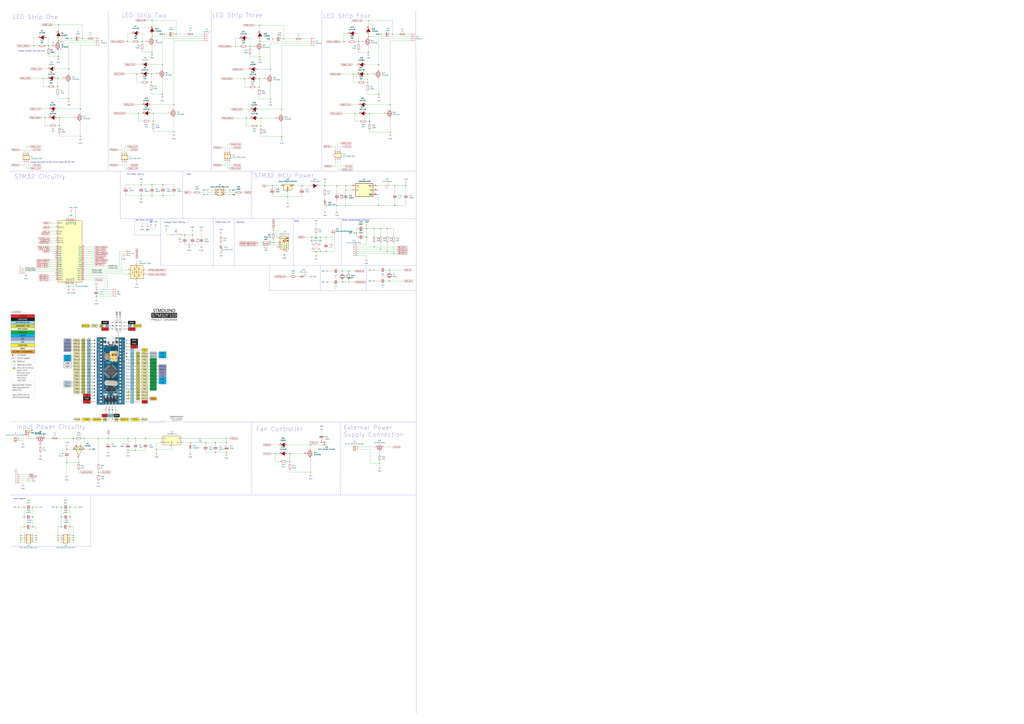
<source format=kicad_sch>
(kicad_sch (version 20211123) (generator eeschema)
  (paper "A0")
  (junction (at 220.98 514.35))
  (junction (at 81.28 612.14))
  (junction (at 85.09 622.3))
  (junction (at 81.28 589.28))
  (junction (at 452.12 313.69))
  (junction (at 367.03 292.1))
  (junction (at 201.93 153.162))
  (junction (at 378.46 292.1))
  (junction (at 303.022 146.304))
  (junction (at 449.58 265.43))
  (junction (at 81.28 600.71))
  (junction (at 455.676 39.878))
  (junction (at 69.088 145.796))
  (junction (at 429.006 140.97))
  (junction (at 405.13 327.66))
  (junction (at 71.12 600.71))
  (junction (at 41.91 627.38))
  (junction (at 165.1 48.26))
  (junction (at 111.76 344.17))
  (junction (at 176.53 227.33))
  (junction (at 27.94 612.14))
  (junction (at 336.55 527.05))
  (junction (at 148.59 523.24))
  (junction (at 262.89 514.35))
  (junction (at 67.056 90.932))
  (junction (at 441.96 265.43))
  (junction (at 168.91 509.27))
  (junction (at 188.722 74.93))
  (junction (at 24.13 624.84))
  (junction (at 56.388 53.34))
  (junction (at 176.53 42.164))
  (junction (at 427.736 60.706))
  (junction (at 301.752 66.04))
  (junction (at 38.1 600.71))
  (junction (at 372.11 275.59))
  (junction (at 67.31 622.3))
  (junction (at 434.34 287.02))
  (junction (at 409.956 86.106))
  (junction (at 93.218 126.492))
  (junction (at 329.692 45.1555))
  (junction (at 378.46 275.59))
  (junction (at 429.006 131.826))
  (junction (at 201.93 121.412))
  (junction (at 401.32 238.76))
  (junction (at 411.988 131.826))
  (junction (at 397.51 327.66))
  (junction (at 458.47 238.76))
  (junction (at 148.082 48.26))
  (junction (at 39.37 53.34))
  (junction (at 189.23 214.63))
  (junction (at 93.218 158.242))
  (junction (at 300.99 91.44))
  (junction (at 97.79 509.27))
  (junction (at 286.004 137.16))
  (junction (at 67.818 28.702))
  (junction (at 71.12 612.14))
  (junction (at 416.306 48.514))
  (junction (at 425.45 275.59))
  (junction (at 24.13 627.38))
  (junction (at 453.136 121.666))
  (junction (at 377.19 215.9))
  (junction (at 181.61 521.97))
  (junction (at 77.47 521.97))
  (junction (at 24.13 622.3))
  (junction (at 67.818 65.532))
  (junction (at 85.09 624.84))
  (junction (at 157.48 523.24))
  (junction (at 67.31 627.38))
  (junction (at 219.71 284.48))
  (junction (at 80.01 332.74))
  (junction (at 434.34 265.43))
  (junction (at 425.45 265.43))
  (junction (at 439.928 75.184))
  (junction (at 125.73 509.27))
  (junction (at 273.304 53.848))
  (junction (at 204.47 39.6056))
  (junction (at 114.3 509.27))
  (junction (at 426.974 86.106))
  (junction (at 373.38 514.35))
  (junction (at 238.76 514.35))
  (junction (at 300.99 101.092))
  (junction (at 441.96 289.56))
  (junction (at 223.5107 273.0479))
  (junction (at 405.13 314.96))
  (junction (at 397.51 314.96))
  (junction (at 175.768 95.504))
  (junction (at 41.91 624.84))
  (junction (at 69.088 136.652))
  (junction (at 401.32 220.98))
  (junction (at 399.288 48.514))
  (junction (at 82.55 250.19))
  (junction (at 327.152 127))
  (junction (at 440.69 538.48))
  (junction (at 427.736 23.876))
  (junction (at 414.02 270.51))
  (junction (at 177.8 131.572))
  (junction (at 189.23 227.33))
  (junction (at 52.07 136.652))
  (junction (at 283.972 91.44))
  (junction (at 50.038 90.932))
  (junction (at 176.53 214.63))
  (junction (at 163.83 227.33))
  (junction (at 303.022 137.16))
  (junction (at 452.12 326.39))
  (junction (at 67.31 624.84))
  (junction (at 262.89 525.78))
  (junction (at 114.3 548.64))
  (junction (at 71.12 589.28))
  (junction (at 360.68 516.89))
  (junction (at 38.1 589.28))
  (junction (at 214.6207 273.0479))
  (junction (at 327.152 158.75))
  (junction (at 85.09 509.27))
  (junction (at 157.48 509.27))
  (junction (at 391.16 238.76))
  (junction (at 313.944 115.062))
  (junction (at 439.42 238.76))
  (junction (at 350.52 215.9))
  (junction (at 426.974 95.758))
  (junction (at 80.01 80.01))
  (junction (at 453.136 153.416))
  (junction (at 316.23 215.9))
  (junction (at 163.83 214.63))
  (junction (at 67.818 47.244))
  (junction (at 301.752 47.752))
  (junction (at 457.2 294.64))
  (junction (at 372.11 292.1))
  (junction (at 317.5 267.97))
  (junction (at 313.944 80.518))
  (junction (at 290.322 53.848))
  (junction (at 91.44 537.21))
  (junction (at 158.75 85.852))
  (junction (at 317.5 281.94))
  (junction (at 458.47 215.9))
  (junction (at 188.722 109.474))
  (junction (at 175.768 85.852))
  (junction (at 176.53 60.452))
  (junction (at 95.758 44.704))
  (junction (at 360.68 548.64))
  (junction (at 177.8 140.716))
  (junction (at 41.91 622.3))
  (junction (at 85.09 627.38))
  (junction (at 176.53 23.622))
  (junction (at 439.928 109.728))
  (junction (at 262.89 509.27))
  (junction (at 427.736 42.418))
  (junction (at 250.19 514.35))
  (junction (at 449.58 292.1))
  (junction (at 80.01 114.554))
  (junction (at 27.94 589.28))
  (junction (at 27.94 600.71))
  (junction (at 160.782 131.572))
  (junction (at 250.19 525.78))
  (junction (at 67.056 100.584))
  (junction (at 301.752 29.21))
  (junction (at 391.16 215.9))
  (junction (at 148.59 509.27))
  (junction (at 77.47 537.21))
  (junction (at 336.55 536.194))
  (junction (at 367.03 275.59))
  (junction (at 334.01 228.6))
  (junction (at 361.95 275.59))
  (junction (at 401.32 215.9))
  (junction (at 38.1 612.14))
  (junction (at 111.76 336.55))
  (junction (at 471.17 215.9))
  (junction (at 319.532 527.05))
  (no_connect (at 64.77 317.5))
  (no_connect (at 64.77 299.72))
  (no_connect (at 64.77 294.64))
  (no_connect (at 64.77 297.18))
  (no_connect (at 77.47 254))
  (no_connect (at 332.74 292.1))
  (no_connect (at 438.15 220.98))
  (no_connect (at 322.58 287.02))
  (wire (pts (xy 317.5 266.7) (xy 317.5 267.97)))
  (polyline (pts (xy 186.69 308.61) (xy 186.69 254)))
  (wire (pts (xy 93.98 516.89) (xy 93.98 514.35)))
  (wire (pts (xy 401.32 238.76) (xy 401.32 232.41)))
  (wire (pts (xy 186.69 514.35) (xy 181.61 514.35)))
  (polyline (pts (xy 373.38 12.7) (xy 373.38 198.374)))
  (wire (pts (xy 24.13 612.14) (xy 27.94 612.14)))
  (wire (pts (xy 157.48 509.27) (xy 168.91 509.27)))
  (wire (pts (xy 152.4 38.608) (xy 148.082 38.608)))
  (wire (pts (xy 71.12 612.14) (xy 71.12 600.71)))
  (wire (pts (xy 439.42 238.76) (xy 401.32 238.76)))
  (wire (pts (xy 415.29 289.56) (xy 441.96 289.56)))
  (wire (pts (xy 67.056 110.49) (xy 67.056 114.554)))
  (wire (pts (xy 30.48 506.73) (xy 30.48 509.27)))
  (wire (pts (xy 67.818 47.244) (xy 67.818 44.958)))
  (wire (pts (xy 435.61 313.69) (xy 440.69 313.69)))
  (wire (pts (xy 427.736 42.418) (xy 427.736 43.434)))
  (wire (pts (xy 148.59 521.97) (xy 148.59 523.24)))
  (wire (pts (xy 329.692 29.21) (xy 329.692 45.1555)))
  (wire (pts (xy 434.34 265.43) (xy 425.45 265.43)))
  (wire (pts (xy 426.974 86.106) (xy 432.308 86.106)))
  (wire (pts (xy 334.01 228.6) (xy 334.01 223.52)))
  (wire (pts (xy 280.67 223.52) (xy 283.21 223.52)))
  (wire (pts (xy 67.818 65.532) (xy 67.818 67.31)))
  (wire (pts (xy 360.68 532.13) (xy 360.68 548.64)))
  (wire (pts (xy 109.22 292.1) (xy 97.79 292.1)))
  (wire (pts (xy 299.72 281.94) (xy 304.8 281.94)))
  (wire (pts (xy 476.3889 47.483) (xy 453.136 47.498)))
  (wire (pts (xy 97.79 314.96) (xy 142.24 314.96)))
  (wire (pts (xy 109.22 325.12) (xy 97.79 325.12)))
  (wire (pts (xy 67.31 509.27) (xy 85.09 509.27)))
  (wire (pts (xy 22.86 511.81) (xy 26.67 511.81)))
  (wire (pts (xy 168.91 318.77) (xy 171.45 318.77)))
  (wire (pts (xy 414.02 275.59) (xy 414.02 270.51)))
  (wire (pts (xy 142.24 191.77) (xy 142.24 189.23)))
  (wire (pts (xy 449.58 281.94) (xy 449.58 292.1)))
  (wire (pts (xy 129.54 336.55) (xy 111.76 336.55)))
  (wire (pts (xy 313.944 50.292) (xy 359.8769 50.2805)))
  (wire (pts (xy 146.05 217.17) (xy 146.05 214.63)))
  (wire (pts (xy 142.24 173.99) (xy 137.16 173.99)))
  (wire (pts (xy 67.31 627.38) (xy 69.85 627.38)))
  (wire (pts (xy 101.4755 44.7008) (xy 95.758 44.704)))
  (wire (pts (xy 471.17 215.9) (xy 471.17 224.79)))
  (wire (pts (xy 27.94 612.14) (xy 27.94 600.71)))
  (wire (pts (xy 146.558 131.572) (xy 160.782 131.572)))
  (wire (pts (xy 144.78 170.18) (xy 144.78 176.53)))
  (wire (pts (xy 461.01 294.64) (xy 457.2 294.64)))
  (polyline (pts (xy 292.2907 198.7753) (xy 292.1 254)))
  (wire (pts (xy 238.76 514.35) (xy 250.19 514.35)))
  (wire (pts (xy 175.26 266.7) (xy 180.34 266.7)))
  (wire (pts (xy 67.056 90.932) (xy 67.056 100.584)))
  (wire (pts (xy 114.3 538.48) (xy 114.3 509.27)))
  (wire (pts (xy 24.13 629.92) (xy 26.67 629.92)))
  (wire (pts (xy 88.9 514.35) (xy 85.09 514.35)))
  (wire (pts (xy 327.406 45.212) (xy 329.692 45.212)))
  (wire (pts (xy 22.86 589.28) (xy 27.94 589.28)))
  (polyline (pts (xy 212.09 254) (xy 139.7 254)))
  (wire (pts (xy 180.34 266.7) (xy 180.34 262.89)))
  (wire (pts (xy 146.05 227.33) (xy 163.83 227.33)))
  (wire (pts (xy 427.736 60.706) (xy 427.736 62.484)))
  (wire (pts (xy 176.53 42.164) (xy 176.53 39.878)))
  (wire (pts (xy 81.28 589.28) (xy 81.28 600.71)))
  (wire (pts (xy 57.15 322.58) (xy 64.77 322.58)))
  (wire (pts (xy 26.67 511.81) (xy 26.67 514.35)))
  (wire (pts (xy 189.23 224.79) (xy 189.23 227.33)))
  (polyline (pts (xy 125.73 12.7) (xy 125.73 198.374)))
  (wire (pts (xy 41.91 612.14) (xy 41.91 622.3)))
  (polyline (pts (xy 372.11 337.82) (xy 312.42 337.82)))
  (wire (pts (xy 319.532 527.05) (xy 319.532 536.194)))
  (wire (pts (xy 336.55 536.194) (xy 336.55 538.48)))
  (wire (pts (xy 125.73 505.46) (xy 125.73 509.27)))
  (wire (pts (xy 223.52 269.24) (xy 223.5107 273.0479)))
  (wire (pts (xy 59.69 509.27) (xy 52.07 509.27)))
  (wire (pts (xy 301.752 58.928) (xy 301.752 66.04)))
  (wire (pts (xy 415.29 292.1) (xy 449.58 292.1)))
  (wire (pts (xy 56.388 63.246) (xy 56.388 65.532)))
  (wire (pts (xy 471.17 215.9) (xy 458.47 215.9)))
  (wire (pts (xy 22.86 173.99) (xy 27.94 173.99)))
  (wire (pts (xy 449.58 265.43) (xy 441.96 265.43)))
  (wire (pts (xy 298.704 80.518) (xy 313.944 80.518)))
  (wire (pts (xy 448.31 313.69) (xy 452.12 313.69)))
  (wire (pts (xy 443.992 39.878) (xy 445.77 39.878)))
  (wire (pts (xy 31.75 556.26) (xy 22.86 556.26)))
  (wire (pts (xy 88.9 516.89) (xy 88.9 514.35)))
  (wire (pts (xy 158.75 85.852) (xy 163.068 85.852)))
  (wire (pts (xy 72.39 612.14) (xy 71.12 612.14)))
  (wire (pts (xy 140.97 312.42) (xy 140.97 294.64)))
  (wire (pts (xy 330.2 294.64) (xy 330.2 292.1)))
  (wire (pts (xy 82.55 332.74) (xy 80.01 332.74)))
  (wire (pts (xy 372.11 289.56) (xy 372.11 292.1)))
  (wire (pts (xy 300.99 110.998) (xy 300.99 115.062)))
  (wire (pts (xy 427.736 53.594) (xy 427.736 60.706)))
  (polyline (pts (xy 139.7 199.39) (xy 139.7 254)))
  (wire (pts (xy 114.3 546.1) (xy 114.3 548.64)))
  (wire (pts (xy 266.7 195.58) (xy 264.16 195.58)))
  (wire (pts (xy 165.1 58.166) (xy 165.1 60.452)))
  (wire (pts (xy 36.576 90.932) (xy 50.038 90.932)))
  (wire (pts (xy 95.25 509.27) (xy 97.79 509.27)))
  (wire (pts (xy 212.09 514.35) (xy 220.98 514.35)))
  (wire (pts (xy 391.16 245.11) (xy 391.16 238.76)))
  (wire (pts (xy 374.65 516.89) (xy 360.68 516.89)))
  (wire (pts (xy 91.44 537.21) (xy 77.47 537.21)))
  (wire (pts (xy 458.47 238.76) (xy 439.42 238.76)))
  (wire (pts (xy 114.3 548.64) (xy 114.3 551.18)))
  (wire (pts (xy 316.23 226.06) (xy 316.23 228.6)))
  (wire (pts (xy 65.278 145.796) (xy 69.088 145.796)))
  (wire (pts (xy 125.73 509.27) (xy 125.73 514.35)))
  (wire (pts (xy 64.77 80.01) (xy 80.01 80.01)))
  (wire (pts (xy 24.13 627.38) (xy 26.67 627.38)))
  (wire (pts (xy 334.01 234.95) (xy 334.01 228.6)))
  (wire (pts (xy 137.16 191.77) (xy 142.24 191.77)))
  (wire (pts (xy 415.29 284.48) (xy 425.45 284.48)))
  (wire (pts (xy 250.19 524.51) (xy 250.19 525.78)))
  (wire (pts (xy 449.58 274.32) (xy 449.58 265.43)))
  (wire (pts (xy 389.89 193.04) (xy 386.08 193.04)))
  (wire (pts (xy 111.76 336.55) (xy 111.76 335.28)))
  (wire (pts (xy 412.75 270.51) (xy 414.02 270.51)))
  (wire (pts (xy 67.31 612.14) (xy 71.12 612.14)))
  (wire (pts (xy 27.94 600.71) (xy 29.21 600.71)))
  (wire (pts (xy 148.59 523.24) (xy 148.59 524.51)))
  (wire (pts (xy 176.53 217.17) (xy 176.53 214.63)))
  (wire (pts (xy 38.1 612.14) (xy 38.1 600.71)))
  (wire (pts (xy 194.31 131.572) (xy 177.8 131.572)))
  (wire (pts (xy 67.31 629.92) (xy 69.85 629.92)))
  (wire (pts (xy 201.93 47.244) (xy 201.93 121.412)))
  (wire (pts (xy 266.7 175.26) (xy 266.7 171.45)))
  (wire (pts (xy 224.8227 39.6049) (xy 235.6029 39.6056)))
  (wire (pts (xy 157.48 509.27) (xy 157.48 514.35)))
  (wire (pts (xy 434.34 287.02) (xy 434.34 281.94)))
  (wire (pts (xy 455.676 23.876) (xy 455.676 39.878)))
  (polyline (pts (xy 247.65 308.61) (xy 186.69 308.61)))
  (wire (pts (xy 266.7 191.77) (xy 266.7 187.96)))
  (polyline (pts (xy 394.97 575.31) (xy 394.97 491.49)))
  (wire (pts (xy 85.09 335.28) (xy 85.09 330.2)))
  (wire (pts (xy 369.57 514.35) (xy 373.38 514.35)))
  (wire (pts (xy 102.87 521.97) (xy 99.06 521.97)))
  (wire (pts (xy 67.818 47.244) (xy 67.818 48.26)))
  (wire (pts (xy 85.09 254) (xy 85.09 250.19)))
  (wire (pts (xy 147.32 176.53) (xy 147.32 173.99)))
  (wire (pts (xy 367.03 275.59) (xy 372.11 275.59)))
  (wire (pts (xy 415.29 297.18) (xy 425.45 297.18)))
  (wire (pts (xy 416.306 60.706) (xy 427.736 60.706)))
  (wire (pts (xy 64.77 307.34) (xy 57.15 307.34)))
  (wire (pts (xy 426.974 105.664) (xy 426.974 109.728)))
  (wire (pts (xy 58.42 289.56) (xy 64.77 289.56)))
  (wire (pts (xy 360.68 215.9) (xy 350.52 215.9)))
  (wire (pts (xy 303.022 137.16) (xy 303.022 146.304)))
  (wire (pts (xy 367.03 264.16) (xy 367.03 261.62)))
  (wire (pts (xy 176.53 224.79) (xy 176.53 227.33)))
  (wire (pts (xy 401.32 215.9) (xy 391.16 215.9)))
  (wire (pts (xy 405.13 327.66) (xy 411.48 327.66)))
  (wire (pts (xy 453.136 121.666) (xy 453.136 126.746)))
  (wire (pts (xy 71.12 600.71) (xy 72.39 600.71)))
  (wire (pts (xy 26.67 561.34) (xy 22.86 561.34)))
  (wire (pts (xy 360.68 548.64) (xy 360.68 551.18)))
  (wire (pts (xy 158.75 85.852) (xy 158.75 95.504)))
  (wire (pts (xy 388.62 292.1) (xy 378.46 292.1)))
  (wire (pts (xy 290.322 66.04) (xy 301.752 66.04)))
  (wire (pts (xy 214.6207 273.0479) (xy 223.5107 273.0479)))
  (wire (pts (xy 91.44 537.21) (xy 91.44 532.13)))
  (wire (pts (xy 109.22 304.8) (xy 97.79 304.8)))
  (wire (pts (xy 80.01 612.14) (xy 81.28 612.14)))
  (polyline (pts (xy 425.45 337.82) (xy 425.45 308.61)))
  (wire (pts (xy 57.15 320.04) (xy 64.77 320.04)))
  (wire (pts (xy 429.006 153.416) (xy 453.136 153.416)))
  (wire (pts (xy 67.31 624.84) (xy 67.31 622.3)))
  (wire (pts (xy 290.322 44.196) (xy 290.322 53.848)))
  (wire (pts (xy 262.89 524.51) (xy 262.89 525.78)))
  (wire (pts (xy 83.82 521.97) (xy 77.47 521.97)))
  (wire (pts (xy 176.53 214.63) (xy 163.83 214.63)))
  (wire (pts (xy 391.16 232.41) (xy 391.16 238.76)))
  (wire (pts (xy 38.1 191.77) (xy 33.02 191.77)))
  (wire (pts (xy 64.77 259.08) (xy 58.42 259.08)))
  (wire (pts (xy 34.29 170.18) (xy 30.48 170.18)))
  (wire (pts (xy 170.434 23.622) (xy 176.53 23.622)))
  (wire (pts (xy 346.71 321.31) (xy 344.17 321.31)))
  (wire (pts (xy 91.44 538.48) (xy 91.44 537.21)))
  (wire (pts (xy 405.13 325.12) (xy 405.13 327.66)))
  (wire (pts (xy 452.12 326.39) (xy 448.31 326.39)))
  (wire (pts (xy 319.532 137.16) (xy 303.022 137.16)))
  (wire (pts (xy 109.22 294.64) (xy 97.79 294.64)))
  (wire (pts (xy 405.13 317.5) (xy 405.13 314.96)))
  (wire (pts (xy 257.81 191.77) (xy 261.62 191.77)))
  (wire (pts (xy 144.78 297.18) (xy 146.05 297.18)))
  (wire (pts (xy 87.63 254) (xy 87.63 246.38)))
  (wire (pts (xy 373.38 511.81) (xy 373.38 514.35)))
  (wire (pts (xy 30.48 317.5) (xy 27.94 317.5)))
  (wire (pts (xy 77.47 537.21) (xy 77.47 552.45)))
  (wire (pts (xy 125.73 509.27) (xy 114.3 509.27)))
  (wire (pts (xy 313.944 80.518) (xy 313.944 86.36)))
  (wire (pts (xy 300.228 127) (xy 327.152 127)))
  (wire (pts (xy 389.89 170.18) (xy 389.89 173.99)))
  (wire (pts (xy 57.15 309.88) (xy 64.77 309.88)))
  (wire (pts (xy 124.46 339.09) (xy 124.46 320.04)))
  (wire (pts (xy 395.478 48.514) (xy 399.288 48.514)))
  (wire (pts (xy 386.08 271.78) (xy 386.08 275.59)))
  (polyline (pts (xy 12.192 490.22) (xy 483.362 490.22)))
  (wire (pts (xy 33.02 553.72) (xy 22.86 553.72)))
  (wire (pts (xy 452.12 313.69) (xy 452.12 316.23)))
  (wire (pts (xy 109.22 289.56) (xy 97.79 289.56)))
  (wire (pts (xy 329.692 45.1555) (xy 329.692 45.212)))
  (wire (pts (xy 142.24 313.69) (xy 148.59 313.69)))
  (polyline (pts (xy 295.91 575.31) (xy 394.97 575.31)))
  (wire (pts (xy 81.28 612.14) (xy 85.09 612.14)))
  (wire (pts (xy 214.6207 284.4779) (xy 219.71 284.48)))
  (wire (pts (xy 378.46 275.59) (xy 372.11 275.59)))
  (wire (pts (xy 142.24 317.5) (xy 97.79 317.5)))
  (wire (pts (xy 461.01 289.56) (xy 441.96 289.56)))
  (wire (pts (xy 312.42 284.48) (xy 322.58 284.48)))
  (wire (pts (xy 81.28 600.71) (xy 80.01 600.71)))
  (wire (pts (xy 80.01 335.28) (xy 80.01 332.74)))
  (wire (pts (xy 188.722 44.704) (xy 188.722 74.93)))
  (wire (pts (xy 176.53 42.164) (xy 176.53 43.18)))
  (wire (pts (xy 30.48 318.77) (xy 30.48 317.5)))
  (wire (pts (xy 415.29 287.02) (xy 434.34 287.02)))
  (wire (pts (xy 201.93 227.33) (xy 189.23 227.33)))
  (wire (pts (xy 309.88 215.9) (xy 316.23 215.9)))
  (wire (pts (xy 93.218 126.492) (xy 93.218 131.572)))
  (wire (pts (xy 388.62 271.78) (xy 388.62 292.1)))
  (wire (pts (xy 394.97 193.04) (xy 400.05 193.04)))
  (wire (pts (xy 283.972 91.44) (xy 288.29 91.44)))
  (wire (pts (xy 439.928 109.728) (xy 439.928 111.506)))
  (wire (pts (xy 38.1 589.28) (xy 38.1 600.71)))
  (wire (pts (xy 377.19 215.9) (xy 377.19 213.36)))
  (wire (pts (xy 193.04 273.05) (xy 198.12 273.05)))
  (wire (pts (xy 463.1269 39.8716) (xy 455.676 39.878)))
  (wire (pts (xy 82.55 250.19) (xy 82.55 254)))
  (polyline (pts (xy 482.6 308.61) (xy 271.78 308.61)))
  (wire (pts (xy 396.24 196.85) (xy 392.43 196.85)))
  (wire (pts (xy 336.55 321.31) (xy 332.74 321.31)))
  (wire (pts (xy 471.17 238.76) (xy 471.17 232.41)))
  (wire (pts (xy 146.05 227.33) (xy 146.05 224.79)))
  (wire (pts (xy 264.16 167.64) (xy 264.16 175.26)))
  (wire (pts (xy 148.59 509.27) (xy 148.59 514.35)))
  (wire (pts (xy 77.47 332.74) (xy 77.47 330.2)))
  (wire (pts (xy 299.212 146.304) (xy 303.022 146.304)))
  (wire (pts (xy 175.768 85.852) (xy 181.102 85.852)))
  (wire (pts (xy 381 314.96) (xy 386.08 314.96)))
  (wire (pts (xy 67.31 624.84) (xy 69.85 624.84)))
  (polyline (pts (xy 271.78 308.61) (xy 271.78 254)))
  (wire (pts (xy 24.13 622.3) (xy 26.67 622.3)))
  (wire (pts (xy 138.43 292.1) (xy 138.43 309.88)))
  (wire (pts (xy 261.62 191.77) (xy 261.62 187.96)))
  (wire (pts (xy 301.752 47.752) (xy 359.8769 47.7405)))
  (wire (pts (xy 416.306 58.42) (xy 416.306 60.706)))
  (wire (pts (xy 165.1 48.26) (xy 165.1 50.546)))
  (wire (pts (xy 256.54 283.21) (xy 256.54 281.94)))
  (wire (pts (xy 193.04 273.05) (xy 193.04 267.97)))
  (wire (pts (xy 58.42 292.1) (xy 64.77 292.1)))
  (wire (pts (xy 391.16 215.9) (xy 377.19 215.9)))
  (wire (pts (xy 396.494 86.106) (xy 409.956 86.106)))
  (wire (pts (xy 24.13 624.84) (xy 24.13 622.3)))
  (wire (pts (xy 77.47 521.97) (xy 77.47 519.43)))
  (wire (pts (xy 429.006 140.97) (xy 429.006 143.256)))
  (wire (pts (xy 93.218 52.324) (xy 93.218 126.492)))
  (wire (pts (xy 453.136 47.498) (xy 453.136 121.666)))
  (wire (pts (xy 80.01 49.784) (xy 110.277 49.7808)))
  (wire (pts (xy 327.152 142.24) (xy 327.152 158.75)))
  (wire (pts (xy 297.18 101.092) (xy 300.99 101.092)))
  (wire (pts (xy 303.022 158.75) (xy 327.152 158.75)))
  (wire (pts (xy 175.768 109.474) (xy 188.722 109.474)))
  (wire (pts (xy 27.94 589.28) (xy 27.94 600.71)))
  (wire (pts (xy 425.45 265.43) (xy 425.45 275.59)))
  (wire (pts (xy 353.06 527.05) (xy 336.55 527.05)))
  (wire (pts (xy 48.7 136.6434) (xy 52.07 136.652)))
  (wire (pts (xy 176.53 60.452) (xy 176.53 62.23)))
  (polyline (pts (xy 212.09 254) (xy 212.09 254)))
  (wire (pts (xy 188.722 109.474) (xy 188.722 111.252)))
  (wire (pts (xy 327.152 158.75) (xy 327.152 161.29)))
  (wire (pts (xy 429.006 131.826) (xy 429.006 140.97)))
  (wire (pts (xy 39.37 629.92) (xy 41.91 629.92)))
  (wire (pts (xy 290.322 53.848) (xy 290.322 56.134)))
  (wire (pts (xy 256.54 274.32) (xy 256.54 271.78)))
  (wire (pts (xy 67.818 28.702) (xy 95.758 28.702)))
  (wire (pts (xy 238.76 514.35) (xy 238.76 516.89)))
  (wire (pts (xy 168.91 523.24) (xy 168.91 521.97)))
  (wire (pts (xy 109.22 307.34) (xy 97.79 307.34)))
  (wire (pts (xy 389.89 186.69) (xy 389.89 193.04)))
  (wire (pts (xy 165.1 60.452) (xy 176.53 60.452)))
  (wire (pts (xy 282.956 80.518) (xy 288.544 80.518)))
  (wire (pts (xy 85.09 624.84) (xy 85.09 627.38)))
  (wire (pts (xy 458.47 232.41) (xy 458.47 238.76)))
  (wire (pts (xy 313.944 50.292) (xy 313.944 80.518)))
  (polyline (pts (xy 11.684 198.628) (xy 483.362 198.882)))
  (wire (pts (xy 427.736 23.876) (xy 427.736 29.972)))
  (wire (pts (xy 300.99 91.44) (xy 300.99 101.092)))
  (wire (pts (xy 201.93 136.652) (xy 201.93 153.162)))
  (polyline (pts (xy 292.1 574.04) (xy 292.1 490.22)))
  (wire (pts (xy 87.63 509.27) (xy 85.09 509.27)))
  (wire (pts (xy 377.19 219.71) (xy 377.19 215.9)))
  (wire (pts (xy 85.09 612.14) (xy 85.09 622.3)))
  (polyline (pts (xy 105.41 635) (xy 105.41 575.31)))
  (wire (pts (xy 423.164 95.758) (xy 426.974 95.758)))
  (wire (pts (xy 394.97 170.18) (xy 398.78 170.18)))
  (wire (pts (xy 160.782 131.572) (xy 160.782 140.716)))
  (wire (pts (xy 265.43 220.98) (xy 261.62 220.98)))
  (wire (pts (xy 224.79 223.52) (xy 222.25 223.52)))
  (wire (pts (xy 333.756 516.89) (xy 360.68 516.89)))
  (wire (pts (xy 440.69 538.48) (xy 430.53 538.48)))
  (wire (pts (xy 429.006 131.826) (xy 426.212 131.826)))
  (polyline (pts (xy 156.21 273.05) (xy 156.21 254)))
  (wire (pts (xy 63.246 100.584) (xy 67.056 100.584)))
  (wire (pts (xy 177.8 140.716) (xy 177.8 143.002)))
  (wire (pts (xy 171.958 95.504) (xy 175.768 95.504)))
  (wire (pts (xy 39.37 43.688) (xy 39.37 53.34)))
  (polyline (pts (xy 340.36 254) (xy 340.36 308.61)))
  (wire (pts (xy 313.944 115.062) (xy 313.944 116.84)))
  (wire (pts (xy 262.89 525.78) (xy 262.89 527.05)))
  (wire (pts (xy 158.75 326.39) (xy 158.75 328.93)))
  (wire (pts (xy 121.92 322.58) (xy 121.92 341.63)))
  (wire (pts (xy 290.322 63.754) (xy 290.322 66.04)))
  (wire (pts (xy 318.008 45.212) (xy 319.786 45.212)))
  (wire (pts (xy 147.32 170.18) (xy 144.78 170.18)))
  (wire (pts (xy 435.61 326.39) (xy 440.69 326.39)))
  (wire (pts (xy 52.07 136.652) (xy 56.134 136.652)))
  (wire (pts (xy 64.77 312.42) (xy 27.94 312.42)))
  (wire (pts (xy 384.81 170.18) (xy 389.89 170.18)))
  (wire (pts (xy 250.19 525.78) (xy 262.89 525.78)))
  (wire (pts (xy 175.768 85.852) (xy 175.768 95.504)))
  (wire (pts (xy 145.288 85.852) (xy 158.75 85.852)))
  (wire (pts (xy 424.434 86.106) (xy 426.974 86.106)))
  (wire (pts (xy 392.43 196.85) (xy 392.43 186.69)))
  (wire (pts (xy 189.23 227.33) (xy 176.53 227.33)))
  (wire (pts (xy 175.768 105.41) (xy 175.768 109.474)))
  (wire (pts (xy 85.09 624.84) (xy 82.55 624.84)))
  (wire (pts (xy 416.306 48.514) (xy 416.306 50.8)))
  (wire (pts (xy 425.45 275.59) (xy 425.45 284.48)))
  (wire (pts (xy 264.16 195.58) (xy 264.16 187.96)))
  (wire (pts (xy 26.67 562.61) (xy 26.67 561.34)))
  (wire (pts (xy 336.55 546.1) (xy 336.55 548.64)))
  (wire (pts (xy 66.294 126.492) (xy 93.218 126.492)))
  (wire (pts (xy 439.42 226.06) (xy 439.42 238.76)))
  (wire (pts (xy 422.91 265.43) (xy 425.45 265.43)))
  (wire (pts (xy 110.277 52.3208) (xy 93.218 52.324)))
  (wire (pts (xy 321.31 276.86) (xy 321.31 267.97)))
  (wire (pts (xy 50.038 90.932) (xy 54.356 90.932)))
  (wire (pts (xy 109.22 299.72) (xy 97.79 299.72)))
  (wire (pts (xy 452.12 323.85) (xy 452.12 326.39)))
  (wire (pts (xy 48.006 126.492) (xy 56.134 126.492)))
  (wire (pts (xy 41.91 624.84) (xy 41.91 627.38)))
  (wire (pts (xy 439.928 44.958) (xy 439.928 75.184)))
  (wire (pts (xy 39.37 627.38) (xy 41.91 627.38)))
  (wire (pts (xy 336.55 527.05) (xy 336.55 536.194)))
  (wire (pts (xy 445.516 131.826) (xy 429.006 131.826)))
  (wire (pts (xy 232.41 223.52) (xy 248.92 223.52)))
  (wire (pts (xy 367.03 292.1) (xy 361.95 292.1)))
  (wire (pts (xy 407.67 220.98) (xy 401.32 220.98)))
  (wire (pts (xy 189.23 214.63) (xy 189.23 217.17)))
  (wire (pts (xy 49.022 80.01) (xy 54.61 80.01)))
  (wire (pts (xy 111.76 344.17) (xy 111.76 347.98)))
  (wire (pts (xy 56.388 53.34) (xy 60.198 53.34)))
  (wire (pts (xy 372.11 275.59) (xy 372.11 284.48)))
  (wire (pts (xy 301.752 29.21) (xy 301.752 35.306)))
  (wire (pts (xy 147.32 191.77) (xy 151.13 191.77)))
  (wire (pts (xy 82.55 627.38) (xy 85.09 627.38)))
  (wire (pts (xy 429.006 150.876) (xy 429.006 153.416)))
  (wire (pts (xy 36.83 612.14) (xy 38.1 612.14)))
  (wire (pts (xy 414.02 270.51) (xy 414.02 265.43)))
  (wire (pts (xy 409.956 86.106) (xy 409.956 95.758)))
  (wire (pts (xy 303.022 146.304) (xy 303.022 148.59)))
  (wire (pts (xy 64.77 269.24) (xy 58.42 269.24)))
  (wire (pts (xy 67.818 28.702) (xy 67.818 34.798)))
  (wire (pts (xy 176.53 227.33) (xy 163.83 227.33)))
  (wire (pts (xy 46.99 516.89) (xy 46.99 518.16)))
  (wire (pts (xy 457.2 294.64) (xy 415.29 294.64)))
  (wire (pts (xy 202.184 39.624) (xy 204.47 39.624)))
  (wire (pts (xy 322.58 276.86) (xy 321.31 276.86)))
  (wire (pts (xy 214.6207 275.5879) (xy 214.6207 273.0479)))
  (wire (pts (xy 266.7 167.64) (xy 264.16 167.64)))
  (wire (pts (xy 381 327.66) (xy 386.08 327.66)))
  (polyline (pts (xy 425.45 337.82) (xy 372.11 337.82)))
  (wire (pts (xy 277.622 44.196) (xy 273.304 44.196)))
  (wire (pts (xy 458.47 238.76) (xy 471.17 238.76)))
  (wire (pts (xy 125.73 521.97) (xy 125.73 524.51)))
  (wire (pts (xy 34.29 195.58) (xy 30.48 195.58)))
  (wire (pts (xy 453.136 153.416) (xy 453.136 155.956)))
  (wire (pts (xy 163.83 217.17) (xy 163.83 214.63)))
  (wire (pts (xy 286.004 146.304) (xy 291.592 146.304)))
  (wire (pts (xy 412.496 48.514) (xy 416.306 48.514)))
  (wire (pts (xy 426.974 86.106) (xy 426.974 95.758)))
  (wire (pts (xy 405.13 314.96) (xy 411.48 314.96)))
  (wire (pts (xy 24.13 624.84) (xy 26.67 624.84)))
  (wire (pts (xy 425.45 262.89) (xy 425.45 265.43)))
  (wire (pts (xy 58.42 287.02) (xy 64.77 287.02)))
  (wire (pts (xy 424.688 75.184) (xy 439.928 75.184)))
  (wire (pts (xy 201.93 224.79) (xy 201.93 227.33)))
  (wire (pts (xy 67.31 627.38) (xy 67.31 624.84)))
  (wire (pts (xy 452.12 326.39) (xy 468.63 326.39)))
  (wire (pts (xy 67.056 100.584) (xy 67.056 102.87)))
  (wire (pts (xy 453.39 215.9) (xy 458.47 215.9)))
  (wire (pts (xy 223.5107 273.0479) (xy 223.5107 275.5879)))
  (wire (pts (xy 409.956 86.106) (xy 414.274 86.106)))
  (wire (pts (xy 316.23 215.9) (xy 316.23 218.44)))
  (wire (pts (xy 52.07 145.796) (xy 57.658 145.796)))
  (wire (pts (xy 394.97 170.18) (xy 394.97 173.99)))
  (wire (pts (xy 165.1 261.62) (xy 165.1 259.08)))
  (wire (pts (xy 173.482 74.93) (xy 188.722 74.93)))
  (wire (pts (xy 427.736 23.876) (xy 455.676 23.876)))
  (wire (pts (xy 165.1 38.608) (xy 165.1 48.26)))
  (wire (pts (xy 439.928 75.184) (xy 439.928 81.026)))
  (wire (pts (xy 298.45 91.44) (xy 300.99 91.44)))
  (wire (pts (xy 299.72 284.48) (xy 304.8 284.48)))
  (wire (pts (xy 421.64 23.876) (xy 427.736 23.876)))
  (wire (pts (xy 434.34 274.32) (xy 434.34 265.43)))
  (wire (pts (xy 301.752 47.752) (xy 301.752 48.768)))
  (wire (pts (xy 147.32 189.23) (xy 147.32 191.77)))
  (wire (pts (xy 93.218 158.242) (xy 93.218 160.782)))
  (wire (pts (xy 80.01 332.74) (xy 77.47 332.74)))
  (wire (pts (xy 67.818 58.42) (xy 67.818 65.532)))
  (wire (pts (xy 273.05 223.52) (xy 261.62 223.52)))
  (wire (pts (xy 426.974 109.728) (xy 439.928 109.728)))
  (wire (pts (xy 326.39 215.9) (xy 316.23 215.9)))
  (wire (pts (xy 470.7469 39.8716) (xy 476.3889 39.863)))
  (wire (pts (xy 392.43 166.37) (xy 392.43 173.99)))
  (wire (pts (xy 262.89 509.27) (xy 266.7 509.27)))
  (wire (pts (xy 223.5107 284.4779) (xy 223.5107 283.2079)))
  (wire (pts (xy 342.8845 45.1555) (xy 329.692 45.1555)))
  (wire (pts (xy 220.98 514.35) (xy 228.6 514.35)))
  (wire (pts (xy 393.7 314.96) (xy 397.51 314.96)))
  (wire (pts (xy 397.764 131.826) (xy 411.988 131.826)))
  (wire (pts (xy 394.97 193.04) (xy 394.97 186.69)))
  (wire (pts (xy 168.91 313.69) (xy 171.45 313.69)))
  (wire (pts (xy 144.272 48.26) (xy 148.082 48.26)))
  (wire (pts (xy 220.98 514.35) (xy 220.98 515.62)))
  (polyline (pts (xy 292.1 254) (xy 483.87 254)))
  (wire (pts (xy 69.088 158.242) (xy 93.218 158.242)))
  (wire (pts (xy 204.47 23.622) (xy 204.47 39.6056)))
  (wire (pts (xy 401.32 220.98) (xy 401.32 215.9)))
  (wire (pts (xy 158.75 300.99) (xy 158.75 306.07)))
  (wire (pts (xy 80.01 250.19) (xy 82.55 250.19)))
  (wire (pts (xy 64.77 264.16) (xy 58.42 264.16)))
  (wire (pts (xy 30.48 195.58) (xy 30.48 189.23)))
  (wire (pts (xy 188.722 90.932) (xy 188.722 109.474)))
  (wire (pts (xy 461.01 287.02) (xy 434.34 287.02)))
  (wire (pts (xy 121.92 341.63) (xy 129.54 341.63)))
  (wire (pts (xy 114.3 509.27) (xy 97.79 509.27)))
  (wire (pts (xy 201.93 121.412) (xy 201.93 126.492)))
  (wire (pts (xy 411.988 131.826) (xy 416.052 131.826)))
  (wire (pts (xy 242.57 220.98) (xy 248.92 220.98)))
  (wire (pts (xy 181.61 514.35) (xy 181.61 521.97)))
  (wire (pts (xy 24.13 627.38) (xy 24.13 624.84)))
  (wire (pts (xy 235.6029 47.2256) (xy 201.93 47.244)))
  (wire (pts (xy 160.782 131.572) (xy 164.846 131.572)))
  (wire (pts (xy 271.78 137.16) (xy 286.004 137.16)))
  (wire (pts (xy 201.93 153.162) (xy 201.93 155.702)))
  (wire (pts (xy 233.68 283.21) (xy 233.68 285.75)))
  (polyline (pts (xy 247.65 308.61) (xy 247.65 254)))
  (wire (pts (xy 300.99 115.062) (xy 313.944 115.062)))
  (wire (pts (xy 286.004 137.16) (xy 286.004 146.304)))
  (wire (pts (xy 53.848 43.688) (xy 56.388 43.688)))
  (wire (pts (xy 372.11 292.1) (xy 367.03 292.1)))
  (wire (pts (xy 176.53 23.622) (xy 176.53 29.718)))
  (wire (pts (xy 411.988 131.826) (xy 411.988 140.97)))
  (wire (pts (xy 38.1 612.14) (xy 41.91 612.14)))
  (wire (pts (xy 175.26 262.89) (xy 175.26 266.7)))
  (wire (pts (xy 321.31 267.97) (xy 317.5 267.97)))
  (wire (pts (xy 210.82 273.05) (xy 214.6207 273.0479)))
  (wire (pts (xy 82.55 622.3) (xy 85.09 622.3)))
  (wire (pts (xy 238.76 524.51) (xy 238.76 525.78)))
  (wire (pts (xy 80.01 96.012) (xy 80.01 114.554)))
  (wire (pts (xy 295.656 29.21) (xy 301.752 29.21)))
  (wire (pts (xy 176.53 214.63) (xy 189.23 214.63)))
  (wire (pts (xy 56.388 65.532) (xy 67.818 65.532)))
  (wire (pts (xy 256.54 292.1) (xy 256.54 290.83)))
  (wire (pts (xy 31.75 558.8) (xy 22.86 558.8)))
  (wire (pts (xy 373.38 514.35) (xy 374.65 514.35)))
  (wire (pts (xy 438.15 226.06) (xy 439.42 226.06)))
  (polyline (pts (xy 12.7 635) (xy 105.41 635)))
  (wire (pts (xy 177.8 153.162) (xy 201.93 153.162)))
  (wire (pts (xy 27.94 191.77) (xy 27.94 189.23)))
  (wire (pts (xy 64.516 90.932) (xy 67.056 90.932)))
  (wire (pts (xy 61.722 28.702) (xy 67.818 28.702)))
  (wire (pts (xy 22.86 191.77) (xy 27.94 191.77)))
  (wire (pts (xy 95.758 28.702) (xy 95.758 44.704)))
  (wire (pts (xy 80.01 114.554) (xy 80.01 116.332)))
  (wire (pts (xy 391.16 224.79) (xy 391.16 215.9)))
  (wire (pts (xy 367.03 295.91) (xy 367.03 292.1)))
  (wire (pts (xy 142.24 318.77) (xy 142.24 317.5)))
  (polyline (pts (xy 292.1 254) (xy 212.09 254)))
  (wire (pts (xy 327.152 52.832) (xy 327.152 127)))
  (wire (pts (xy 416.306 48.514) (xy 420.116 48.514)))
  (wire (pts (xy 35.56 53.34) (xy 39.37 53.34)))
  (wire (pts (xy 176.53 23.622) (xy 204.47 23.622)))
  (wire (pts (xy 360.68 516.89) (xy 360.68 521.97)))
  (wire (pts (xy 33.02 191.77) (xy 33.02 189.23)))
  (wire (pts (xy 440.69 538.48) (xy 440.69 535.94)))
  (wire (pts (xy 236.22 514.35) (xy 238.76 514.35)))
  (wire (pts (xy 80.01 254) (xy 80.01 250.19)))
  (wire (pts (xy 319.532 527.05) (xy 323.596 527.05)))
  (wire (pts (xy 140.97 294.64) (xy 146.05 294.64)))
  (polyline (pts (xy 12.7 575.31) (xy 295.91 575.31)))
  (wire (pts (xy 266.7 171.45) (xy 270.51 171.45)))
  (wire (pts (xy 250.19 514.35) (xy 262.89 514.35)))
  (wire (pts (xy 148.59 523.24) (xy 157.48 523.24)))
  (wire (pts (xy 129.54 339.09) (xy 124.46 339.09)))
  (wire (pts (xy 441.96 289.56) (xy 441.96 281.94)))
  (wire (pts (xy 367.03 271.78) (xy 367.03 275.59)))
  (wire (pts (xy 158.75 95.504) (xy 164.338 95.504)))
  (wire (pts (xy 41.91 624.84) (xy 39.37 624.84)))
  (wire (pts (xy 220.98 523.24) (xy 220.98 525.78)))
  (wire (pts (xy 50.038 100.584) (xy 55.626 100.584)))
  (wire (pts (xy 201.93 214.63) (xy 201.93 217.17)))
  (wire (pts (xy 29.21 612.14) (xy 27.94 612.14)))
  (wire (pts (xy 91.44 546.1) (xy 91.44 548.64)))
  (polyline (pts (xy 372.11 337.82) (xy 372.11 308.61)))
  (wire (pts (xy 177.8 150.622) (xy 177.8 153.162)))
  (wire (pts (xy 386.08 275.59) (xy 378.46 275.59)))
  (wire (pts (xy 273.304 53.848) (xy 278.892 53.848)))
  (polyline (pts (xy 212.09 199.39) (xy 212.09 254)))
  (wire (pts (xy 85.09 514.35) (xy 85.09 509.27)))
  (wire (pts (xy 359.8769 52.8205) (xy 327.152 52.832)))
  (wire (pts (xy 56.388 53.34) (xy 56.388 55.626)))
  (wire (pts (xy 50.038 90.932) (xy 50.038 100.584)))
  (wire (pts (xy 173.228 85.852) (xy 175.768 85.852)))
  (wire (pts (xy 441.96 274.32) (xy 441.96 265.43)))
  (wire (pts (xy 177.8 131.572) (xy 175.006 131.572)))
  (wire (pts (xy 82.55 330.2) (xy 82.55 332.74)))
  (wire (pts (xy 142.24 314.96) (xy 142.24 313.69)))
  (wire (pts (xy 425.45 297.18) (xy 425.45 300.99)))
  (polyline (pts (xy 482.6 337.82) (xy 425.45 337.82)))
  (wire (pts (xy 422.91 275.59) (xy 425.45 275.59)))
  (wire (pts (xy 38.1 600.71) (xy 36.83 600.71)))
  (wire (pts (xy 46.99 525.78) (xy 46.99 528.32)))
  (wire (pts (xy 414.02 265.43) (xy 415.29 265.43)))
  (wire (pts (xy 176.53 42.164) (xy 235.6029 42.1456)))
  (wire (pts (xy 394.97 166.37) (xy 392.43 166.37)))
  (wire (pts (xy 40.64 589.28) (xy 38.1 589.28)))
  (wire (pts (xy 188.722 74.93) (xy 188.722 80.772)))
  (wire (pts (xy 77.47 524.51) (xy 77.47 521.97)))
  (wire (pts (xy 82.55 246.38) (xy 82.55 250.19)))
  (wire (pts (xy 64.77 276.86) (xy 58.42 276.86)))
  (wire (pts (xy 361.95 284.48) (xy 361.95 275.59)))
  (polyline (pts (xy 191.516 490.22) (xy 172.72 490.22)))
  (wire (pts (xy 168.91 509.27) (xy 186.69 509.27)))
  (wire (pts (xy 160.782 140.716) (xy 166.37 140.716)))
  (polyline (pts (xy 483.362 490.22) (xy 483.362 829.056)))
  (wire (pts (xy 445.77 215.9) (xy 438.15 215.9)))
  (wire (pts (xy 270.51 191.77) (xy 266.7 191.77)))
  (wire (pts (xy 148.59 509.27) (xy 157.48 509.27)))
  (wire (pts (xy 163.83 229.87) (xy 163.83 227.33)))
  (wire (pts (xy 138.43 309.88) (xy 97.79 309.88)))
  (wire (pts (xy 176.53 53.34) (xy 176.53 60.452)))
  (wire (pts (xy 261.62 171.45) (xy 261.62 175.26)))
  (wire (pts (xy 416.56 519.43) (xy 435.61 519.43)))
  (wire (pts (xy 286.512 53.848) (xy 290.322 53.848)))
  (wire (pts (xy 397.51 314.96) (xy 397.51 317.5)))
  (wire (pts (xy 146.05 292.1) (xy 138.43 292.1)))
  (wire (pts (xy 411.988 140.97) (xy 417.576 140.97)))
  (wire (pts (xy 286.004 137.16) (xy 290.068 137.16)))
  (wire (pts (xy 453.136 136.906) (xy 453.136 153.416)))
  (wire (pts (xy 455.93 519.43) (xy 445.77 519.43)))
  (wire (pts (xy 69.088 145.796) (xy 69.088 148.082)))
  (wire (pts (xy 67.818 47.244) (xy 110.277 47.2408)))
  (wire (pts (xy 219.7007 285.7479) (xy 219.71 284.48)))
  (wire (pts (xy 233.68 275.59) (xy 233.68 269.24)))
  (wire (pts (xy 265.43 226.06) (xy 261.62 226.06)))
  (wire (pts (xy 377.19 227.33) (xy 377.19 231.14)))
  (wire (pts (xy 81.28 612.14) (xy 81.28 600.71)))
  (wire (pts (xy 97.79 322.58) (xy 121.92 322.58)))
  (wire (pts (xy 281.94 127) (xy 290.068 127)))
  (wire (pts (xy 440.69 542.29) (xy 440.69 538.48)))
  (wire (pts (xy 303.022 137.16) (xy 300.228 137.16)))
  (wire (pts (xy 24.13 629.92) (xy 24.13 627.38)))
  (wire (pts (xy 238.76 525.78) (xy 250.19 525.78)))
  (polyline (pts (xy 186.69 273.05) (xy 156.21 273.05)))
  (wire (pts (xy 67.31 629.92) (xy 67.31 627.38)))
  (wire (pts (xy 471.17 213.36) (xy 471.17 215.9)))
  (wire (pts (xy 64.77 271.78) (xy 58.42 271.78)))
  (wire (pts (xy 440.69 527.05) (xy 440.69 528.32)))
  (wire (pts (xy 370.84 215.9) (xy 377.19 215.9)))
  (wire (pts (xy 64.77 314.96) (xy 27.94 314.96)))
  (wire (pts (xy 52.578 53.34) (xy 56.388 53.34)))
  (wire (pts (xy 69.088 136.652) (xy 66.294 136.652)))
  (wire (pts (xy 93.98 514.35) (xy 97.79 514.35)))
  (wire (pts (xy 116.84 548.64) (xy 114.3 548.64)))
  (wire (pts (xy 85.09 250.19) (xy 82.55 250.19)))
  (wire (pts (xy 315.468 516.89) (xy 323.596 516.89)))
  (wire (pts (xy 175.006 121.412) (xy 201.93 121.412)))
  (wire (pts (xy 189.23 214.63) (xy 201.93 214.63)))
  (wire (pts (xy 97.79 514.35) (xy 97.79 509.27)))
  (wire (pts (xy 168.91 509.27) (xy 168.91 514.35)))
  (wire (pts (xy 157.48 521.97) (xy 157.48 523.24)))
  (wire (pts (xy 316.23 228.6) (xy 334.01 228.6)))
  (wire (pts (xy 109.22 287.02) (xy 97.79 287.02)))
  (wire (pts (xy 84.074 44.704) (xy 85.852 44.704)))
  (polyline (pts (xy 312.42 337.82) (xy 312.42 308.61)))
  (wire (pts (xy 82.55 629.92) (xy 85.09 629.92)))
  (wire (pts (xy 350.52 228.6) (xy 334.01 228.6)))
  (wire (pts (xy 171.45 259.08) (xy 171.45 261.62)))
  (wire (pts (xy 401.32 224.79) (xy 401.32 220.98)))
  (wire (pts (xy 80.01 49.784) (xy 80.01 80.01)))
  (wire (pts (xy 64.77 325.12) (xy 57.15 325.12)))
  (wire (pts (xy 378.46 292.1) (xy 372.11 292.1)))
  (wire (pts (xy 439.928 44.958) (xy 476.3889 44.943)))
  (wire (pts (xy 192.786 39.624) (xy 194.564 39.624)))
  (wire (pts (xy 301.752 47.752) (xy 301.752 45.466)))
  (wire (pts (xy 67.31 589.28) (xy 71.12 589.28)))
  (wire (pts (xy 219.71 284.48) (xy 223.5107 284.4779)))
  (wire (pts (xy 378.46 275.59) (xy 378.46 281.94)))
  (wire (pts (xy 426.212 121.666) (xy 453.136 121.666)))
  (wire (pts (xy 377.19 245.11) (xy 377.19 238.76)))
  (wire (pts (xy 408.94 75.184) (xy 414.528 75.184)))
  (wire (pts (xy 81.28 589.28) (xy 86.36 589.28)))
  (wire (pts (xy 199.39 519.43) (xy 199.39 521.97)))
  (wire (pts (xy 72.39 589.28) (xy 71.12 589.28)))
  (wire (pts (xy 425.196 140.97) (xy 429.006 140.97)))
  (wire (pts (xy 77.47 532.13) (xy 77.47 537.21)))
  (wire (pts (xy 41.91 509.27) (xy 33.02 509.27)))
  (wire (pts (xy 354.33 275.59) (xy 361.95 275.59)))
  (wire (pts (xy 457.2 265.43) (xy 449.58 265.43)))
  (wire (pts (xy 39.37 53.34) (xy 44.958 53.34)))
  (wire (pts (xy 399.288 48.514) (xy 404.876 48.514)))
  (wire (pts (xy 67.056 114.554) (xy 80.01 114.554)))
  (wire (pts (xy 300.99 101.092) (xy 300.99 103.378)))
  (wire (pts (xy 350.52 215.9) (xy 350.52 218.44)))
  (wire (pts (xy 165.1 259.08) (xy 171.45 259.08)))
  (wire (pts (xy 111.76 344.17) (xy 129.54 344.17)))
  (wire (pts (xy 248.92 226.06) (xy 242.57 226.06)))
  (wire (pts (xy 397.51 325.12) (xy 397.51 327.66)))
  (polyline (pts (xy 271.78 308.61) (xy 247.65 308.61)))
  (wire (pts (xy 430.53 521.97) (xy 416.56 521.97)))
  (wire (pts (xy 273.304 44.196) (xy 273.304 53.848)))
  (polyline (pts (xy 482.854 12.192) (xy 483.362 198.882)))
  (wire (pts (xy 199.39 521.97) (xy 181.61 521.97)))
  (polyline (pts (xy 483.362 198.628) (xy 483.362 490.22)))
  (wire (pts (xy 449.58 292.1) (xy 461.01 292.1)))
  (wire (pts (xy 52.07 136.652) (xy 52.07 145.796)))
  (wire (pts (xy 163.83 224.79) (xy 163.83 227.33)))
  (wire (pts (xy 373.38 504.19) (xy 373.38 500.38)))
  (wire (pts (xy 67.31 622.3) (xy 69.85 622.3)))
  (polyline (pts (xy 394.97 575.31) (xy 482.6 575.31)))
  (wire (pts (xy 212.09 509.27) (xy 262.89 509.27)))
  (wire (pts (xy 64.77 281.94) (xy 58.42 281.94)))
  (wire (pts (xy 30.48 170.18) (xy 30.48 176.53)))
  (wire (pts (xy 39.37 622.3) (xy 41.91 622.3)))
  (wire (pts (xy 317.5 278.13) (xy 317.5 281.94)))
  (wire (pts (xy 64.77 302.26) (xy 58.42 302.26)))
  (wire (pts (xy 80.01 80.01) (xy 80.01 85.852)))
  (wire (pts (xy 391.16 238.76) (xy 401.32 238.76)))
  (wire (pts (xy 69.088 136.652) (xy 69.088 145.796)))
  (wire (pts (xy 97.79 312.42) (xy 140.97 312.42)))
  (wire (pts (xy 439.928 91.186) (xy 439.928 109.728)))
  (wire (pts (xy 162.56 38.608) (xy 165.1 38.608)))
  (wire (pts (xy 317.5 267.97) (xy 317.5 270.51)))
  (wire (pts (xy 457.2 281.94) (xy 457.2 294.64)))
  (wire (pts (xy 287.782 44.196) (xy 290.322 44.196)))
  (wire (pts (xy 147.32 173.99) (xy 151.13 173.99)))
  (wire (pts (xy 261.62 171.45) (xy 257.81 171.45)))
  (wire (pts (xy 322.58 281.94) (xy 317.5 281.94)))
  (wire (pts (xy 413.766 38.862) (xy 416.306 38.862)))
  (wire (pts (xy 341.63 215.9) (xy 350.52 215.9)))
  (wire (pts (xy 458.47 215.9) (xy 458.47 224.79)))
  (wire (pts (xy 290.322 53.848) (xy 294.132 53.848)))
  (wire (pts (xy 124.46 320.04) (xy 97.79 320.04)))
  (wire (pts (xy 327.152 127) (xy 327.152 132.08)))
  (wire (pts (xy 300.99 91.44) (xy 306.324 91.44)))
  (wire (pts (xy 427.736 42.418) (xy 476.3889 42.403)))
  (wire (pts (xy 144.78 195.58) (xy 144.78 189.23)))
  (wire (pts (xy 36.83 589.28) (xy 38.1 589.28)))
  (wire (pts (xy 41.91 622.3) (xy 41.91 624.84)))
  (wire (pts (xy 33.02 176.53) (xy 33.02 173.99)))
  (wire (pts (xy 29.21 589.28) (xy 27.94 589.28)))
  (wire (pts (xy 157.734 74.93) (xy 163.322 74.93)))
  (wire (pts (xy 407.67 215.9) (xy 401.32 215.9)))
  (wire (pts (xy 315.468 527.05) (xy 319.532 527.05)))
  (wire (pts (xy 217.2027 39.6049) (xy 204.47 39.6056)))
  (wire (pts (xy 55.88 304.8) (xy 64.77 304.8)))
  (wire (pts (xy 147.32 195.58) (xy 144.78 195.58)))
  (wire (pts (xy 409.956 95.758) (xy 415.544 95.758)))
  (wire (pts (xy 414.02 275.59) (xy 415.29 275.59)))
  (wire (pts (xy 350.52 226.06) (xy 350.52 228.6)))
  (wire (pts (xy 175.768 95.504) (xy 175.768 97.79)))
  (wire (pts (xy 378.46 289.56) (xy 378.46 292.1)))
  (wire (pts (xy 177.8 131.572) (xy 177.8 140.716)))
  (wire (pts (xy 157.48 523.24) (xy 168.91 523.24)))
  (wire (pts (xy 85.598 136.652) (xy 69.088 136.652)))
  (wire (pts (xy 457.2 274.32) (xy 457.2 265.43)))
  (wire (pts (xy 214.6207 283.2079) (xy 214.6207 284.4779)))
  (wire (pts (xy 188.722 44.704) (xy 235.6029 44.6856)))
  (wire (pts (xy 148.59 318.77) (xy 142.24 318.77)))
  (wire (pts (xy 430.53 538.48) (xy 430.53 521.97)))
  (wire (pts (xy 336.55 527.05) (xy 333.756 527.05)))
  (wire (pts (xy 165.1 48.26) (xy 168.91 48.26)))
  (wire (pts (xy 148.082 48.26) (xy 153.67 48.26)))
  (wire (pts (xy 114.3 560.07) (xy 114.3 558.8)))
  (wire (pts (xy 33.02 173.99) (xy 38.1 173.99)))
  (wire (pts (xy 110.277 44.7008) (xy 109.0955 44.7008)))
  (wire (pts (xy 262.89 514.35) (xy 262.89 516.89)))
  (wire (pts (xy 403.606 38.862) (xy 399.288 38.862)))
  (wire (pts (xy 173.99 140.716) (xy 177.8 140.716)))
  (wire (pts (xy 24.13 622.3) (xy 24.13 612.14)))
  (wire (pts (xy 319.532 536.194) (xy 325.12 536.194)))
  (wire (pts (xy 441.96 265.43) (xy 434.34 265.43)))
  (wire (pts (xy 33.02 551.18) (xy 22.86 551.18)))
  (wire (pts (xy 64.77 279.4) (xy 58.42 279.4)))
  (wire (pts (xy 317.5 281.94) (xy 312.42 281.94)))
  (wire (pts (xy 85.09 622.3) (xy 85.09 624.84)))
  (wire (pts (xy 80.01 589.28) (xy 81.28 589.28)))
  (wire (pts (xy 262.89 509.27) (xy 262.89 514.35)))
  (wire (pts (xy 452.12 313.69) (xy 468.63 313.69)))
  (wire (pts (xy 80.01 330.2) (xy 80.01 332.74)))
  (wire (pts (xy 416.306 38.862) (xy 416.306 48.514)))
  (wire (pts (xy 43.688 43.688) (xy 39.37 43.688)))
  (wire (pts (xy 161.29 48.26) (xy 165.1 48.26)))
  (wire (pts (xy 163.83 213.36) (xy 163.83 214.63)))
  (wire (pts (xy 142.24 176.53) (xy 142.24 173.99)))
  (wire (pts (xy 33.02 509.27) (xy 33.02 506.73)))
  (wire (pts (xy 146.05 214.63) (xy 163.83 214.63)))
  (wire (pts (xy 397.51 327.66) (xy 393.7 327.66)))
  (wire (pts (xy 109.22 297.18) (xy 97.79 297.18)))
  (wire (pts (xy 405.13 314.96) (xy 397.51 314.96)))
  (wire (pts (xy 148.082 38.608) (xy 148.082 48.26)))
  (wire (pts (xy 109.22 302.26) (xy 97.79 302.26)))
  (wire (pts (xy 301.752 66.04) (xy 301.752 67.818)))
  (wire (pts (xy 41.91 627.38) (xy 41.91 629.92)))
  (wire (pts (xy 67.056 90.932) (xy 72.39 90.932)))
  (wire (pts (xy 92.71 548.64) (xy 91.44 548.64)))
  (wire (pts (xy 93.472 44.704) (xy 95.758 44.704)))
  (wire (pts (xy 30.48 509.27) (xy 22.86 509.27)))
  (wire (pts (xy 426.974 95.758) (xy 426.974 98.044)))
  (polyline (pts (xy 396.24 254) (xy 396.24 308.61)))
  (wire (pts (xy 56.388 43.688) (xy 56.388 53.34)))
  (wire (pts (xy 181.61 521.97) (xy 181.61 525.78)))
  (wire (pts (xy 453.39 39.878) (xy 455.676 39.878)))
  (polyline (pts (xy 483.108 828.802) (xy 483.362 828.802)))
  (wire (pts (xy 407.924 121.666) (xy 416.052 121.666)))
  (wire (pts (xy 204.47 39.6056) (xy 204.47 39.624)))
  (wire (pts (xy 67.31 622.3) (xy 67.31 612.14)))
  (wire (pts (xy 250.19 514.35) (xy 250.19 516.89)))
  (wire (pts (xy 332.74 536.194) (xy 336.55 536.194)))
  (wire (pts (xy 269.494 53.848) (xy 273.304 53.848)))
  (wire (pts (xy 156.718 121.412) (xy 164.846 121.412)))
  (wire (pts (xy 361.95 275.59) (xy 367.03 275.59)))
  (wire (pts (xy 125.73 509.27) (xy 148.59 509.27)))
  (wire (pts (xy 427.736 42.418) (xy 427.736 40.132)))
  (wire (pts (xy 399.288 38.862) (xy 399.288 48.514)))
  (wire (pts (xy 283.972 91.44) (xy 283.972 101.092)))
  (wire (pts (xy 301.752 29.21) (xy 329.692 29.21)))
  (wire (pts (xy 350.5045 45.1555) (xy 359.8769 45.2005)))
  (wire (pts (xy 27.94 173.99) (xy 27.94 176.53)))
  (wire (pts (xy 303.022 156.21) (xy 303.022 158.75)))
  (wire (pts (xy 405.13 327.66) (xy 397.51 327.66)))
  (wire (pts (xy 71.12 589.28) (xy 71.12 600.71)))
  (wire (pts (xy 270.51 91.44) (xy 283.972 91.44)))
  (wire (pts (xy 69.088 155.702) (xy 69.088 158.242)))
  (polyline (pts (xy 245.11 12.192) (xy 245.11 197.866)))
  (wire (pts (xy 359.41 321.31) (xy 354.33 321.31)))
  (wire (pts (xy 361.95 292.1) (xy 361.95 289.56)))
  (wire (pts (xy 336.55 548.64) (xy 360.68 548.64)))
  (wire (pts (xy 85.09 627.38) (xy 85.09 629.92)))
  (wire (pts (xy 313.944 96.52) (xy 313.944 115.062)))
  (wire (pts (xy 283.972 101.092) (xy 289.56 101.092)))
  (wire (pts (xy 93.218 141.732) (xy 93.218 158.242)))
  (image (at 113.03 424.18) (scale 1.98087))
  (text "MCU Power and GND\n" (at 157.48 256.54 0) (effects (font (size 1.27 1.27)) (justify left bottom)))
  (text "Power Headers\n" (at 15.24 580.39 0) (effects (font (size 1.27 1.27)) (justify left bottom)))
  (text "G" (at 60.96 50.8 0) (effects (font (size 1.27 1.27)) (justify left bottom)))
  (text "Double Connector for 6A current rating (3A Per Pin)" (at 35.56 189.23 0) (effects (font (size 1.27 1.27)) (justify left bottom)))
  (text "Chosen through Trial and Error" (at 21.59 59.944 0) (effects (font (size 1.27 1.27)) (justify left bottom)))
  (text "Button Daughterboard Connector" (at 397.51 256.54 0) (effects (font (size 1.27 1.27)) (justify left bottom)))
  (text "LED Strip Four\n\n" (at 374.904 29.464 0) (effects (font (size 5 5)) (justify left bottom)))
  (text "LED Strip Three\n\n" (at 246.126 28.956 0) (effects (font (size 5 5)) (justify left bottom)))
  (text "STM32 MCU Power\n" (at 294.64 207.01 0) (effects (font (size 5 5)) (justify left bottom)))
  (text "USB Micro " (at 274.32 259.08 0) (effects (font (size 1.27 1.27)) (justify left bottom)))
  (text "Analogue Power Filtering" (at 190.5 259.08 0) (effects (font (size 1.27 1.27)) (justify left bottom)))
  (text "D" (at 69.85 49.53 0) (effects (font (size 1.27 1.27)) (justify left bottom)))
  (text "LED Strip Two\n\n" (at 140.97 28.956 0) (effects (font (size 5 5)) (justify left bottom)))
  (text "Fan Controller" (at 297.18 501.65 0) (effects (font (size 5 5)) (justify left bottom)))
  (text "LED Strip One\n" (at 14.478 22.86 0) (effects (font (size 5 5)) (justify left bottom)))
  (text "Boot\n" (at 217.17 203.2 0) (effects (font (size 1.27 1.27)) (justify left bottom)))
  (text "S" (at 69.85 58.42 0) (effects (font (size 1.27 1.27)) (justify left bottom)))
  (text "Input Power Circuitry\n" (at 19.05 499.11 0) (effects (font (size 5 5)) (justify left bottom)))
  (text "External Power \nSupply Connection" (at 398.78 508 0) (effects (font (size 5 5)) (justify left bottom)))
  (text "RESET" (at 341.63 257.81 0) (effects (font (size 1.27 1.27)) (justify left bottom)))
  (text "MCU Power Filtering\n" (at 147.32 203.2 0) (effects (font (size 1.27 1.27)) (justify left bottom)))
  (text "STM32 Power LED" (at 250.19 259.08 0) (effects (font (size 1.27 1.27)) (justify left bottom)))
  (text "STM32 Circuitry" (at 16.51 208.28 0) (effects (font (size 5 5)) (justify left bottom)))
  (label "STM32_USB+" (at 106.68 317.5 0))
  (label "STM32_SCL2" (at 29.21 312.42 0))
  (label "STM32_TX1" (at 125.73 309.88 0))
  (label "D-" (at 312.42 284.48 0))
  (label "STM32_RX1" (at 125.73 312.42 0))
  (label "STM32_USB-" (at 106.68 314.96 0))
  (label "STM32_SDA2" (at 29.21 314.96 0))
  (label "D+" (at 312.42 281.94 0))
  (global_label "PWM_1_BLUE" (shape input) (at 48.7 136.6434 180) (property "Intersheet References" "${INTERSHEET_REFS}" (effects hide)))
  (global_label "PWM_4_BLUE" (shape input) (at 57.15 309.88 180) (property "Intersheet References" "${INTERSHEET_REFS}" (effects hide)))
  (global_label "PWM_2_BLUE" (shape input) (at 109.22 304.8 0) (property "Intersheet References" "${INTERSHEET_REFS}" (effects hide)))
  (global_label "CONN_1_5V" (shape input) (at 34.29 195.58 0) (property "Intersheet References" "${INTERSHEET_REFS}" (effects hide)))
  (global_label "CONN_4_5V" (shape input) (at 421.64 23.876 180) (property "Intersheet References" "${INTERSHEET_REFS}" (effects hide)))
  (global_label "OSC_IN" (shape input) (at 468.63 313.69 0) (property "Intersheet References" "${INTERSHEET_REFS}" (effects hide)))
  (global_label "PWM_2_BLUE" (shape input) (at 146.558 131.572 180) (property "Intersheet References" "${INTERSHEET_REFS}" (effects hide)))
  (global_label "PWR_5V" (shape input) (at 386.08 193.04 180) (property "Intersheet References" "${INTERSHEET_REFS}" (effects hide)))
  (global_label "BOOT1" (shape input) (at 58.42 292.1 180) (property "Intersheet References" "${INTERSHEET_REFS}" (effects hide)))
  (global_label "CURR_SENSE" (shape input) (at 109.22 297.18 0) (property "Intersheet References" "${INTERSHEET_REFS}" (effects hide)))
  (global_label "CONN_2_5V" (shape input) (at 170.434 23.622 180) (property "Intersheet References" "${INTERSHEET_REFS}" (effects hide)))
  (global_label "OSC32_OUT" (shape input) (at 411.48 327.66 0) (property "Intersheet References" "${INTERSHEET_REFS}" (effects hide)))
  (global_label "PWR_5V" (shape input) (at 384.81 170.18 180) (property "Intersheet References" "${INTERSHEET_REFS}" (effects hide)))
  (global_label "BOOT0" (shape input) (at 283.21 223.52 0) (property "Intersheet References" "${INTERSHEET_REFS}" (effects hide)))
  (global_label "CONN_4_5V" (shape input) (at 408.94 75.184 180) (property "Intersheet References" "${INTERSHEET_REFS}" (effects hide)))
  (global_label "RESET" (shape input) (at 354.33 275.59 180) (property "Intersheet References" "${INTERSHEET_REFS}" (effects hide)))
  (global_label "CONN_4_5V" (shape input) (at 394.97 166.37 0) (property "Intersheet References" "${INTERSHEET_REFS}" (effects hide)))
  (global_label "PWM_4_BLUE" (shape input) (at 397.764 131.826 180) (property "Intersheet References" "${INTERSHEET_REFS}" (effects hide)))
  (global_label "VS_SENSE" (shape input) (at 109.22 299.72 0) (property "Intersheet References" "${INTERSHEET_REFS}" (effects hide)))
  (global_label "RESET" (shape input) (at 58.42 259.08 180) (property "Intersheet References" "${INTERSHEET_REFS}" (effects hide)))
  (global_label "PWM_2_GREEN" (shape input) (at 109.22 302.26 0) (property "Intersheet References" "${INTERSHEET_REFS}" (effects hide)))
  (global_label "CONN_1_5V" (shape input) (at 48.006 126.492 180) (property "Intersheet References" "${INTERSHEET_REFS}" (effects hide)))
  (global_label "PWM_2_GREEN" (shape input) (at 144.272 48.26 180) (property "Intersheet References" "${INTERSHEET_REFS}" (effects hide)))
  (global_label "EXT_5V" (shape input) (at 151.13 173.99 0) (property "Intersheet References" "${INTERSHEET_REFS}" (effects hide)))
  (global_label "PWM_4_RED" (shape input) (at 396.494 86.106 180) (property "Intersheet References" "${INTERSHEET_REFS}" (effects hide)))
  (global_label "CONN_3_5V" (shape input) (at 266.7 195.58 0) (property "Intersheet References" "${INTERSHEET_REFS}" (effects hide)))
  (global_label "CONN_2_5V" (shape input) (at 147.32 170.18 0) (property "Intersheet References" "${INTERSHEET_REFS}" (effects hide)))
  (global_label "PWR_5V" (shape input) (at 266.7 509.27 0) (property "Intersheet References" "${INTERSHEET_REFS}" (effects hide)))
  (global_label "PWR_5V" (shape input) (at 22.86 191.77 180) (property "Intersheet References" "${INTERSHEET_REFS}" (effects hide)))
  (global_label "VS_SENSE" (shape input) (at 116.84 548.64 0) (property "Intersheet References" "${INTERSHEET_REFS}" (effects hide)))
  (global_label "PWM_3_GREEN" (shape input) (at 269.494 53.848 180) (property "Intersheet References" "${INTERSHEET_REFS}" (effects hide)))
  (global_label "EXT_5V" (shape input) (at 38.1 173.99 0) (property "Intersheet References" "${INTERSHEET_REFS}" (effects hide)))
  (global_label "CONN_4_5V" (shape input) (at 396.24 196.85 0) (property "Intersheet References" "${INTERSHEET_REFS}" (effects hide)))
  (global_label "STATUS_LED" (shape input) (at 58.42 276.86 180) (property "Intersheet References" "${INTERSHEET_REFS}" (effects hide)))
  (global_label "PWM_2_BLUE" (shape input) (at 58.42 287.02 180) (property "Intersheet References" "${INTERSHEET_REFS}" (effects hide)))
  (global_label "BUTTON_1" (shape input) (at 461.01 287.02 0) (property "Intersheet References" "${INTERSHEET_REFS}" (effects hide)))
  (global_label "CONN_2_5V" (shape input) (at 147.32 195.58 0) (property "Intersheet References" "${INTERSHEET_REFS}" (effects hide)))
  (global_label "PWM_3_RED" (shape input) (at 55.88 304.8 180) (property "Intersheet References" "${INTERSHEET_REFS}" (effects hide)))
  (global_label "CONN_2_5V" (shape input) (at 157.734 74.93 180) (property "Intersheet References" "${INTERSHEET_REFS}" (effects hide)))
  (global_label "CONN_4_5V" (shape input) (at 407.924 121.666 180) (property "Intersheet References" "${INTERSHEET_REFS}" (effects hide)))
  (global_label "CONN_3_5V" (shape input) (at 266.7 167.64 0) (property "Intersheet References" "${INTERSHEET_REFS}" (effects hide)))
  (global_label "BUTTON_3" (shape input) (at 57.15 325.12 180) (property "Intersheet References" "${INTERSHEET_REFS}" (effects hide)))
  (global_label "CONN_1_5V" (shape input) (at 49.022 80.01 180) (property "Intersheet References" "${INTERSHEET_REFS}" (effects hide)))
  (global_label "CONN_3_5V" (shape input) (at 282.956 80.518 180) (property "Intersheet References" "${INTERSHEET_REFS}" (effects hide)))
  (global_label "BUTTON_1" (shape input) (at 57.15 320.04 180) (property "Intersheet References" "${INTERSHEET_REFS}" (effects hide)))
  (global_label "OSC32_IN" (shape input) (at 58.42 279.4 180) (property "Intersheet References" "${INTERSHEET_REFS}" (effects hide)))
  (global_label "EXT_5V" (shape input) (at 270.51 171.45 0) (property "Intersheet References" "${INTERSHEET_REFS}" (effects hide)))
  (global_label "PWR_5V" (shape input) (at 137.16 173.99 180) (property "Intersheet References" "${INTERSHEET_REFS}" (effects hide)))
  (global_label "BOOT1" (shape input) (at 222.25 223.52 180) (property "Intersheet References" "${INTERSHEET_REFS}" (effects hide)))
  (global_label "EXT_5V" (shape input) (at 38.1 191.77 0) (property "Intersheet References" "${INTERSHEET_REFS}" (effects hide)))
  (global_label "USB_VBUS" (shape input) (at 158.75 300.99 90) (property "Intersheet References" "${INTERSHEET_REFS}" (effects hide)))
  (global_label "OSC_OUT" (shape input) (at 468.63 326.39 0) (property "Intersheet References" "${INTERSHEET_REFS}" (effects hide)))
  (global_label "STATUS_LED" (shape input) (at 332.74 321.31 180) (property "Intersheet References" "${INTERSHEET_REFS}" (effects hide)))
  (global_label "PWR_5V" (shape input) (at 315.468 516.89 180) (property "Intersheet References" "${INTERSHEET_REFS}" (effects hide)))
  (global_label "STM32_USB_MICRO+" (shape input) (at 171.45 318.77 0) (property "Intersheet References" "${INTERSHEET_REFS}" (effects hide)))
  (global_label "OSC_OUT" (shape input) (at 58.42 271.78 180) (property "Intersheet References" "${INTERSHEET_REFS}" (effects hide)))
  (global_label "PWM_2_RED" (shape input) (at 145.288 85.852 180) (property "Intersheet References" "${INTERSHEET_REFS}" (effects hide)))
  (global_label "PWM_3_GREEN" (shape input) (at 58.42 302.26 180) (property "Intersheet References" "${INTERSHEET_REFS}" (effects hide)))
  (global_label "CONN_2_5V" (shape input) (at 156.718 121.412 180) (property "Intersheet References" "${INTERSHEET_REFS}" (effects hide)))
  (global_label "STM32_USB_MICRO-" (shape input) (at 299.72 284.48 180) (property "Intersheet References" "${INTERSHEET_REFS}" (effects hide)))
  (global_label "CONN_1_5V" (shape input) (at 61.722 28.702 180) (property "Intersheet References" "${INTERSHEET_REFS}" (effects hide)))
  (global_label "Vss" (shape input) (at 309.88 215.9 180) (property "Intersheet References" "${INTERSHEET_REFS}" (effects hide)))
  (global_label "PWM_1_GREEN" (shape input) (at 109.22 287.02 0) (property "Intersheet References" "${INTERSHEET_REFS}" (effects hide)))
  (global_label "PWM_3_BLUE" (shape input) (at 271.78 137.16 180) (property "Intersheet References" "${INTERSHEET_REFS}" (effects hide)))
  (global_label "PWM_3_BLUE" (shape input) (at 57.15 307.34 180) (property "Intersheet References" "${INTERSHEET_REFS}" (effects hide)))
  (global_label "OSC32_IN" (shape input) (at 411.48 314.96 0) (property "Intersheet References" "${INTERSHEET_REFS}" (effects hide)))
  (global_label "PWM_1_GREEN" (shape input) (at 35.56 53.34 180) (property "Intersheet References" "${INTERSHEET_REFS}" (effects hide)))
  (global_label "FAN_SIG" (shape input) (at 315.468 527.05 180) (property "Intersheet References" "${INTERSHEET_REFS}" (effects hide)))
  (global_label "CURR_SENSE" (shape input) (at 92.71 548.64 0) (property "Intersheet References" "${INTERSHEET_REFS}" (effects hide)))
  (global_label "EXT_5V" (shape input) (at 455.93 519.43 0) (property "Intersheet References" "${INTERSHEET_REFS}" (effects hide)))
  (global_label "USB_VBUS" (shape input) (at 317.5 266.7 90) (property "Intersheet References" "${INTERSHEET_REFS}" (effects hide)))
  (global_label "STM32_USB_MICRO+" (shape input) (at 299.72 281.94 180) (property "Intersheet References" "${INTERSHEET_REFS}" (effects hide)))
  (global_label "EXT_5V" (shape input) (at 400.05 193.04 0) (property "Intersheet References" "${INTERSHEET_REFS}" (effects hide)))
  (global_label "Vss" (shape input) (at 125.73 505.46 90) (property "Intersheet References" "${INTERSHEET_REFS}" (effects hide)))
  (global_label "EXT_5V" (shape input) (at 398.78 170.18 0) (property "Intersheet References" "${INTERSHEET_REFS}" (effects hide)))
  (global_label "PWM_3_RED" (shape input) (at 270.51 91.44 180) (property "Intersheet References" "${INTERSHEET_REFS}" (effects hide)))
  (global_label "BUTTON_2" (shape input) (at 57.15 322.58 180) (property "Intersheet References" "${INTERSHEET_REFS}" (effects hide)))
  (global_label "PWR_5V" (shape input) (at 369.57 514.35 180) (property "Intersheet References" "${INTERSHEET_REFS}" (effects hide)))
  (global_label "PWM_4_RED" (shape input) (at 58.42 289.56 180) (property "Intersheet References" "${INTERSHEET_REFS}" (effects hide)))
  (global_label "CONN_1_5V" (shape input) (at 34.29 170.18 0) (property "Intersheet References" "${INTERSHEET_REFS}" (effects hide)))
  (global_label "PWR_5V" (shape input) (at 22.86 173.99 180) (property "Intersheet References" "${INTERSHEET_REFS}" (effects hide)))
  (global_label "FAN_SIG" (shape input) (at 109.22 325.12 0) (property "Intersheet References" "${INTERSHEET_REFS}" (effects hide)))
  (global_label "EXT_5V" (shape input) (at 270.51 191.77 0) (property "Intersheet References" "${INTERSHEET_REFS}" (effects hide)))
  (global_label "PWR_5V" (shape input) (at 137.16 191.77 180) (property "Intersheet References" "${INTERSHEET_REFS}" (effects hide)))
  (global_label "EXT_5V" (shape input) (at 151.13 191.77 0) (property "Intersheet References" "${INTERSHEET_REFS}" (effects hide)))
  (global_label "STM32_USB_MICRO-" (shape input) (at 171.45 313.69 0) (property "Intersheet References" "${INTERSHEET_REFS}" (effects hide)))
  (global_label "OSC_IN" (shape input) (at 58.42 269.24 180) (property "Intersheet References" "${INTERSHEET_REFS}" (effects hide)))
  (global_label "PWR_5V" (shape input) (at 257.81 171.45 180) (property "Intersheet References" "${INTERSHEET_REFS}" (effects hide)))
  (global_label "BUTTON_2" (shape input) (at 461.01 289.56 0) (property "Intersheet References" "${INTERSHEET_REFS}" (effects hide)))
  (global_label "PWR_5V" (shape input) (at 257.81 191.77 180) (property "Intersheet References" "${INTERSHEET_REFS}" (effects hide)))
  (global_label "PWM_1_RED" (shape input) (at 36.576 90.932 180) (property "Intersheet References" "${INTERSHEET_REFS}" (effects hide)))
  (global_label "BOOT0" (shape input) (at 58.42 264.16 180) (property "Intersheet References" "${INTERSHEET_REFS}" (effects hide)))
  (global_label "BUTTON_4" (shape input) (at 109.22 307.34 0) (property "Intersheet References" "${INTERSHEET_REFS}" (effects hide)))
  (global_label "PWM_1_BLUE" (shape input) (at 109.22 292.1 0) (property "Intersheet References" "${INTERSHEET_REFS}" (effects hide)))
  (global_label "BUTTON_4" (shape input) (at 461.01 294.64 0) (property "Intersheet References" "${INTERSHEET_REFS}" (effects hide)))
  (global_label "Vss" (shape input) (at 33.02 551.18 0) (property "Intersheet References" "${INTERSHEET_REFS}" (effects hide)))
  (global_label "PWM_4_GREEN" (shape input) (at 109.22 294.64 0) (property "Intersheet References" "${INTERSHEET_REFS}" (effects hide)))
  (global_label "CONN_3_5V" (shape input) (at 281.94 127 180) (property "Intersheet References" "${INTERSHEET_REFS}" (effects hide)))
  (global_label "PWM_1_RED" (shape input) (at 109.22 289.56 0) (property "Intersheet References" "${INTERSHEET_REFS}" (effects hide)))
  (global_label "PWM_4_GREEN" (shape input) (at 395.478 48.514 180) (property "Intersheet References" "${INTERSHEET_REFS}" (effects hide)))
  (global_label "CONN_3_5V" (shape input) (at 295.656 29.21 180) (property "Intersheet References" "${INTERSHEET_REFS}" (effects hide)))
  (global_label "PWR_5V" (shape input) (at 33.02 553.72 0) (property "Intersheet References" "${INTERSHEET_REFS}" (effects hide)))
  (global_label "BUTTON_3" (shape input) (at 461.01 292.1 0) (property "Intersheet References" "${INTERSHEET_REFS}" (effects hide)))
  (global_label "OSC32_OUT" (shape input) (at 58.42 281.94 180) (property "Intersheet References" "${INTERSHEET_REFS}" (effects hide)))
  (symbol (lib_id "power:GND") (at 439.928 111.506 0) (unit 1)
    (property "Reference" "#PWR0102" (effects hide))
    (property "Value" "GND" (at 439.928 116.84 0))
  )
  (symbol (lib_id "power:GND") (at 102.87 521.97 90) (unit 1)
    (property "Reference" "#PWR0162" (effects hide))
    (property "Value" "GND" (at 106.68 521.9699 90) (effects (justify right)))
  )
  (symbol (lib_id "Transistor_FET:IRF540N") (at 173.99 48.26 0) (unit 1)
    (property "Reference" "Q5" (at 180.34 46.9899 0) (effects (justify left)))
    (property "Value" "IRF510N" (at 180.34 49.5299 0) (effects (justify left)))
    (property "Footprint" "Package_TO_SOT_SMD:TO-263-2" (effects hide))
    (property "Datasheet" "http://www.irf.com/product-info/datasheets/data/irf540n.pdf" (effects hide))
  )
  (symbol (lib_id "Device:C_Polarized") (at 449.58 39.878 270) (unit 1)
    (property "Reference" "C26" (at 450.469 33.02 90))
    (property "Value" "100uF" (at 450.469 35.56 90))
    (property "Footprint" "Capacitor_SMD:CP_Elec_10x10.5" (effects hide))
  )
  (symbol (lib_id "Device:R") (at 434.34 278.13 0) (unit 1)
    (property "Reference" "R29" (at 436.88 276.8599 0) (effects (justify left)))
    (property "Value" "10K" (at 436.88 279.3999 0) (effects (justify left)))
    (property "Footprint" "Resistor_SMD:R_1206_3216Metric" (effects hide))
  )
  (symbol (lib_id "Device:R") (at 441.96 278.13 0) (unit 1)
    (property "Reference" "R30" (at 444.5 276.8599 0) (effects (justify left)))
    (property "Value" "10K" (at 444.5 279.3999 0) (effects (justify left)))
    (property "Footprint" "Resistor_SMD:R_1206_3216Metric" (effects hide))
  )
  (symbol (lib_id "Device:R") (at 303.022 152.4 0) (unit 1)
    (property "Reference" "R21" (at 304.8 151.1299 0) (effects (justify left)))
    (property "Value" "100K" (at 304.8 153.6699 0) (effects (justify left)))
    (property "Footprint" "Resistor_SMD:R_1206_3216Metric" (effects hide))
  )
  (symbol (lib_id "Transistor_FET:IRF540N") (at 186.182 85.852 0) (unit 1)
    (property "Reference" "Q6" (at 191.77 84.5819 0) (effects (justify left)))
    (property "Value" "IRF510N" (at 191.77 87.1219 0) (effects (justify left)))
    (property "Footprint" "Package_TO_SOT_SMD:TO-263-2" (effects hide))
    (property "Datasheet" "http://www.irf.com/product-info/datasheets/data/irf540n.pdf" (effects hide))
  )
  (symbol (lib_id "Device:C_Polarized") (at 350.52 222.25 0) (unit 1)
    (property "Reference" "C20" (at 354.33 220.0909 0) (effects (justify left)))
    (property "Value" "10uF" (at 354.33 222.6309 0) (effects (justify left)))
    (property "Footprint" "Capacitor_SMD:CP_Elec_10x10" (effects hide))
  )
  (symbol (lib_id "Device:C") (at 444.5 313.69 270) (unit 1)
    (property "Reference" "C31" (at 444.5 318.77 90))
    (property "Value" "C" (at 444.5 321.31 90))
    (property "Footprint" "Capacitor_SMD:C_1206_3216Metric" (effects hide))
  )
  (symbol (lib_id "power:+3V3") (at 193.04 267.97 0) (unit 1)
    (property "Reference" "#PWR02" (effects hide))
    (property "Value" "+3V3" (at 193.04 262.89 0))
  )
  (symbol (lib_id "Transistor_FET:IRF540N") (at 299.212 53.848 0) (unit 1)
    (property "Reference" "Q8" (at 304.8 52.5779 0) (effects (justify left)))
    (property "Value" "IRF510N" (at 304.8 55.1179 0) (effects (justify left)))
    (property "Footprint" "Package_TO_SOT_SMD:TO-263-2" (effects hide))
    (property "Datasheet" "http://www.irf.com/product-info/datasheets/data/irf540n.pdf" (effects hide))
  )
  (symbol (lib_id "Device:Crystal") (at 452.12 320.04 270) (unit 1)
    (property "Reference" "Y2" (at 455.93 318.7699 90) (effects (justify left)))
    (property "Value" "8MHz" (at 455.93 321.3099 90) (effects (justify left)))
  )
  (symbol (lib_id "power:GND") (at 93.218 160.782 0) (unit 1)
    (property "Reference" "#PWR0115" (effects hide))
    (property "Value" "GND" (at 93.218 166.37 0))
  )
  (symbol (lib_id "Device:R") (at 170.18 140.716 270) (unit 1)
    (property "Reference" "R11" (at 170.18 144.78 90))
    (property "Value" "10K" (at 170.18 147.32 90))
    (property "Footprint" "Resistor_SMD:R_1206_3216Metric" (effects hide))
  )
  (symbol (lib_id "Device:R") (at 340.36 321.31 90) (unit 1)
    (property "Reference" "R38" (at 340.36 314.96 90))
    (property "Value" "15K" (at 340.36 317.5 90))
    (property "Footprint" "Resistor_SMD:R_1206_3216Metric" (effects hide))
  )
  (symbol (lib_id "Power_Protection:USBLC6-2SC6") (at 158.75 316.23 0) (unit 1)
    (property "Reference" "U6" (at 161.5187 303.53 0) (effects (justify left)))
    (property "Value" "USBLC6-2SC6" (at 161.5187 306.07 0) (effects (justify left)))
    (property "Footprint" "Package_TO_SOT_SMD:SOT-23-6" (effects hide))
    (property "Datasheet" "https://www.st.com/resource/en/datasheet/usblc6-2.pdf" (effects hide))
  )
  (symbol (lib_id "power:GND") (at 265.43 220.98 90) (unit 1)
    (property "Reference" "#PWR0124" (effects hide))
    (property "Value" "GND" (at 269.24 220.9799 90) (effects (justify right)))
  )
  (symbol (lib_id "Device:Fuse") (at 221.0127 39.6049 90) (unit 1)
    (property "Reference" "F3" (at 221.0127 33.02 90))
    (property "Value" "1A" (at 221.0127 35.56 90))
    (property "Footprint" "Fuse:Fuseholder_Clip-5x20mm_Littelfuse_111_Inline_P20.00x5.00mm_D1.05mm_Horizontal" (effects hide))
  )
  (symbol (lib_id "pspice:DIODE") (at 295.148 127 180) (unit 1)
    (property "Reference" "D18" (at 295.148 119.38 0))
    (property "Value" "1N4001" (at 295.148 121.92 0))
    (property "Footprint" "Diode_SMD:D_SMA" (effects hide))
  )
  (symbol (lib_id "power:GND") (at 334.01 234.95 0) (unit 1)
    (property "Reference" "#PWR0106" (effects hide))
    (property "Value" "GND" (at 334.01 240.03 0))
  )
  (symbol (lib_id "Device:C") (at 238.76 520.7 0) (unit 1)
    (property "Reference" "C15" (at 242.57 519.4299 0) (effects (justify left)))
    (property "Value" "10nF" (at 242.57 521.9699 0) (effects (justify left)))
    (property "Footprint" "Capacitor_SMD:C_1206_3216Metric_Pad1.33x1.80mm_HandSolder" (effects hide))
    (property "LCSC" "C1846" (effects hide))
  )
  (symbol (lib_id "power:VDDA") (at 233.68 269.24 0) (unit 1)
    (property "Reference" "#PWR0110" (effects hide))
    (property "Value" "VDDA" (at 233.68 264.16 0))
  )
  (symbol (lib_id "Connector_Generic:Conn_02x04_Odd_Even") (at 74.93 624.84 0) (unit 1)
    (property "Reference" "J20" (at 76.2 633.73 0))
    (property "Value" "Conn_02x04_Odd_Even" (at 76.2 636.27 0))
    (property "Footprint" "Connector_PinHeader_2.54mm:PinHeader_2x04_P2.54mm_Vertical" (effects hide))
  )
  (symbol (lib_id "power:GND") (at 144.78 297.18 270) (unit 1)
    (property "Reference" "#PWR0136" (effects hide))
    (property "Value" "GND" (at 143.51 300.99 90))
  )
  (symbol (lib_id "power:GND") (at 176.53 62.23 0) (unit 1)
    (property "Reference" "#PWR0116" (effects hide))
    (property "Value" "GND" (at 176.53 67.31 0))
  )
  (symbol (lib_id "pspice:DIODE") (at 61.214 136.652 180) (unit 1)
    (property "Reference" "D5" (at 61.214 129.54 0))
    (property "Value" "1N4148" (at 61.214 132.08 0))
    (property "Footprint" "Diode_SMD:D_SOD-323" (effects hide))
  )
  (symbol (lib_id "power:GNDA") (at 233.68 285.75 0) (unit 1)
    (property "Reference" "#PWR0167" (effects hide))
    (property "Value" "GNDA" (at 233.68 290.83 0))
  )
  (symbol (lib_id "power:GND") (at 125.73 524.51 0) (unit 1)
    (property "Reference" "#PWR0140" (effects hide))
    (property "Value" "GND" (at 125.73 529.59 0))
  )
  (symbol (lib_id "power:GND") (at 158.75 328.93 0) (mirror y) (unit 1)
    (property "Reference" "#PWR01" (effects hide))
    (property "Value" "GND" (at 158.75 334.01 0))
  )
  (symbol (lib_id "pspice:DIODE") (at 328.676 527.05 180) (unit 1)
    (property "Reference" "D31" (at 328.676 519.43 0))
    (property "Value" "1N4148" (at 328.676 521.97 0))
    (property "Footprint" "Diode_SMD:D_SOD-323" (effects hide))
  )
  (symbol (lib_id "Transistor_FET:IRF540N") (at 199.39 131.572 0) (unit 1)
    (property "Reference" "Q7" (at 205.74 130.3019 0) (effects (justify left)))
    (property "Value" "IRF510N" (at 205.74 132.8419 0) (effects (justify left)))
    (property "Footprint" "Package_TO_SOT_SMD:TO-263-2" (effects hide))
    (property "Datasheet" "http://www.irf.com/product-info/datasheets/data/irf540n.pdf" (effects hide))
  )
  (symbol (lib_id "power:GND") (at 412.75 270.51 270) (mirror x) (unit 1)
    (property "Reference" "#PWR0129" (effects hide))
    (property "Value" "GND" (at 408.94 270.5099 90) (effects (justify right)))
  )
  (symbol (lib_id "power:GND") (at 256.54 292.1 0) (unit 1)
    (property "Reference" "#PWR0132" (effects hide))
    (property "Value" "GND" (at 256.54 297.18 0))
  )
  (symbol (lib_id "Device:C") (at 419.1 275.59 270) (mirror x) (unit 1)
    (property "Reference" "C24" (at 419.1 267.97 90))
    (property "Value" "10nF" (at 419.1 270.51 90))
    (property "Footprint" "Capacitor_SMD:C_1206_3216Metric" (effects hide))
  )
  (symbol (lib_id "power:VDD") (at 163.83 213.36 0) (unit 1)
    (property "Reference" "#PWR0127" (effects hide))
    (property "Value" "VDD" (at 163.83 208.28 0))
  )
  (symbol (lib_id "Device:R") (at 308.61 281.94 90) (unit 1)
    (property "Reference" "R42" (at 308.61 275.59 90))
    (property "Value" "20R" (at 308.61 278.13 90))
    (property "Footprint" "Resistor_SMD:R_1206_3216Metric" (effects hide))
  )
  (symbol (lib_id "power:GND") (at 220.98 525.78 0) (unit 1)
    (property "Reference" "#PWR0144" (effects hide))
    (property "Value" "GND" (at 220.98 530.86 0))
  )
  (symbol (lib_id "Device:R") (at 336.55 542.29 0) (unit 1)
    (property "Reference" "R41" (at 339.09 541.0199 0) (effects (justify left)))
    (property "Value" "100K" (at 339.09 543.5599 0) (effects (justify left)))
    (property "Footprint" "Resistor_SMD:R_1206_3216Metric" (effects hide))
  )
  (symbol (lib_id "Device:C") (at 214.6207 279.3979 0) (unit 1)
    (property "Reference" "C33" (at 210.82 278.1278 0) (effects (justify right)))
    (property "Value" "1u" (at 210.82 280.6678 0) (effects (justify right)))
    (property "Footprint" "Capacitor_SMD:C_1206_3216Metric" (effects hide))
  )
  (symbol (lib_id "Device:R") (at 69.088 151.892 0) (unit 1)
    (property "Reference" "R6" (at 71.12 150.6219 0) (effects (justify left)))
    (property "Value" "100K" (at 71.12 153.1619 0) (effects (justify left)))
    (property "Footprint" "Resistor_SMD:R_1206_3216Metric" (effects hide))
  )
  (symbol (lib_id "Device:R") (at 177.8 146.812 0) (unit 1)
    (property "Reference" "R13" (at 180.34 145.5419 0) (effects (justify left)))
    (property "Value" "100K" (at 180.34 148.0819 0) (effects (justify left)))
    (property "Footprint" "Resistor_SMD:R_1206_3216Metric" (effects hide))
  )
  (symbol (lib_id "Connector:Conn_01x02_Female") (at 379.73 514.35 0) (unit 1)
    (property "Reference" "J18" (at 379.095 519.43 0))
    (property "Value" "Conn_01x02_Female" (at 379.095 521.97 0))
    (property "Footprint" "Connector_JST:JST_EH_B2B-EH-A_1x02_P2.50mm_Vertical" (effects hide))
  )
  (symbol (lib_id "power:GND") (at 435.61 313.69 270) (unit 1)
    (property "Reference" "#PWR0164" (effects hide))
    (property "Value" "GND" (at 431.8 313.6899 90) (effects (justify right)))
  )
  (symbol (lib_id "power:GND") (at 327.152 161.29 0) (unit 1)
    (property "Reference" "#PWR0105" (effects hide))
    (property "Value" "GND" (at 327.152 166.37 0))
  )
  (symbol (lib_id "power:GND") (at 22.86 589.28 270) (unit 1)
    (property "Reference" "#PWR0173" (effects hide))
    (property "Value" "GND" (at 19.05 589.2799 90) (effects (justify right)))
  )
  (symbol (lib_id "power:GND") (at 67.818 67.31 0) (unit 1)
    (property "Reference" "#PWR0112" (effects hide))
    (property "Value" "GND" (at 67.818 72.39 0))
  )
  (symbol (lib_id "pspice:DIODE") (at 59.69 80.01 180) (unit 1)
    (property "Reference" "D3" (at 59.69 72.39 0))
    (property "Value" "1N4001" (at 59.69 74.93 0))
    (property "Footprint" "Diode_SMD:D_SOD-123F" (effects hide))
  )
  (symbol (lib_id "power:GND") (at 201.93 155.702 0) (unit 1)
    (property "Reference" "#PWR0119" (effects hide))
    (property "Value" "GND" (at 201.93 161.29 0))
  )
  (symbol (lib_id "Device:R") (at 421.386 140.97 270) (unit 1)
    (property "Reference" "R26" (at 421.386 144.78 90))
    (property "Value" "10K" (at 421.386 147.32 90))
    (property "Footprint" "Resistor_SMD:R_1206_3216Metric" (effects hide))
  )
  (symbol (lib_id "Connector:Conn_01x05_Male") (at 17.78 556.26 0) (unit 1)
    (property "Reference" "J17" (at 18.415 546.1 0))
    (property "Value" "TST" (at 18.415 548.64 0))
    (property "Footprint" "Connector_PinHeader_2.54mm:PinHeader_1x05_P2.54mm_Vertical" (effects hide))
  )
  (symbol (lib_id "Transistor_FET:IRF540N") (at 65.278 53.34 0) (unit 1)
    (property "Reference" "Q1" (at 71.12 52.0699 0) (effects (justify left)))
    (property "Value" "IRF510N" (at 71.12 54.6099 0) (effects (justify left)))
    (property "Footprint" "Package_TO_SOT_SMD:TO-263-3_TabPin2" (effects hide))
    (property "Datasheet" "http://www.irf.com/product-info/datasheets/data/irf540n.pdf" (effects hide))
  )
  (symbol (lib_id "Amplifier_Current:INA169") (at 91.44 524.51 90) (mirror x) (unit 1)
    (property "Reference" "U5" (at 101.6 515.3912 90))
    (property "Value" "INA169" (at 101.6 517.9312 90))
    (property "Footprint" "Package_TO_SOT_SMD:SOT-23-5" (effects hide))
    (property "Datasheet" "http://www.ti.com/lit/ds/symlink/ina169.pdf" (effects hide))
  )
  (symbol (lib_id "power:GND") (at 313.944 116.84 0) (unit 1)
    (property "Reference" "#PWR0121" (effects hide))
    (property "Value" "GND" (at 313.944 121.92 0))
  )
  (symbol (lib_id "Device:R") (at 175.768 101.6 0) (unit 1)
    (property "Reference" "R12" (at 177.8 100.3299 0) (effects (justify left)))
    (property "Value" "100K" (at 177.8 102.8699 0) (effects (justify left)))
    (property "Footprint" "Resistor_SMD:R_1206_3216Metric" (effects hide))
  )
  (symbol (lib_id "Transistor_FET:IRF540N") (at 324.612 137.16 0) (unit 1)
    (property "Reference" "Q10" (at 330.2 135.8899 0) (effects (justify left)))
    (property "Value" "IRF510N" (at 330.2 138.4299 0) (effects (justify left)))
    (property "Footprint" "Package_TO_SOT_SMD:TO-263-2" (effects hide))
    (property "Datasheet" "http://www.irf.com/product-info/datasheets/data/irf540n.pdf" (effects hide))
  )
  (symbol (lib_id "Connector:Conn_01x04_Male") (at 481.4689 42.403 0) (mirror y) (unit 1)
    (property "Reference" "J16" (at 482.6 42.4029 0) (effects (justify right)))
    (property "Value" "CONN_4" (at 482.6 44.9429 0) (effects (justify right)))
    (property "Footprint" "Connector_JST:JST_EH_B4B-EH-A_1x04_P2.50mm_Vertical" (effects hide))
  )
  (symbol (lib_id "power:VDDA") (at 87.63 246.38 0) (unit 1)
    (property "Reference" "#PWR0169" (effects hide))
    (property "Value" "VDDA" (at 87.63 241.3 0))
  )
  (symbol (lib_id "power:GND") (at 111.76 347.98 0) (mirror y) (unit 1)
    (property "Reference" "#PWR0134" (effects hide))
    (property "Value" "GND" (at 111.76 353.06 0))
  )
  (symbol (lib_id "Transistor_FET:IRF540N") (at 90.678 136.652 0) (unit 1)
    (property "Reference" "Q4" (at 96.52 135.3819 0) (effects (justify left)))
    (property "Value" "IRF510N" (at 96.52 137.9219 0) (effects (justify left)))
    (property "Footprint" "Package_TO_SOT_SMD:TO-263-2" (effects hide))
    (property "Datasheet" "http://www.irf.com/product-info/datasheets/data/irf540n.pdf" (effects hide))
  )
  (symbol (lib_id "power:GNDA") (at 85.09 335.28 0) (unit 1)
    (property "Reference" "#PWR0159" (effects hide))
    (property "Value" "GNDA" (at 85.09 340.36 0))
  )
  (symbol (lib_id "Device:R") (at 59.436 100.584 270) (unit 1)
    (property "Reference" "R3" (at 59.436 93.98 90))
    (property "Value" "10K" (at 59.436 96.52 90))
    (property "Footprint" "Resistor_SMD:R_1206_3216Metric" (effects hide))
  )
  (symbol (lib_id "power:+3V3") (at 77.47 519.43 0) (unit 1)
    (property "Reference" "#PWR0163" (effects hide))
    (property "Value" "+3V3" (at 77.47 514.35 0))
  )
  (symbol (lib_id "Regulator_Switching:LM2596S-5") (at 199.39 511.81 0) (unit 1)
    (property "Reference" "U2" (at 199.39 501.65 0))
    (property "Value" "LM2596S-5" (at 199.39 504.19 0))
    (property "Footprint" "Package_TO_SOT_SMD:TO-263-5_TabPin3" (effects hide))
    (property "Datasheet" "http://www.ti.com/lit/ds/symlink/lm2596.pdf" (effects hide))
    (property "LCSC" "C347421" (effects hide))
  )
  (symbol (lib_id "power:GND") (at 192.786 39.624 270) (unit 1)
    (property "Reference" "#PWR0117" (effects hide))
    (property "Value" "GND" (at 189.23 39.6239 90) (effects (justify right)))
  )
  (symbol (lib_id "Connector:Conn_01x04_Male") (at 134.62 339.09 0) (mirror y) (unit 1)
    (property "Reference" "J8" (at 135.89 339.0899 0) (effects (justify right)))
    (property "Value" "SWD" (at 135.89 341.6299 0) (effects (justify right)))
    (property "Footprint" "Connector_PinHeader_2.54mm:PinHeader_1x04_P2.54mm_Vertical" (effects hide))
  )
  (symbol (lib_id "Device:R") (at 440.69 532.13 0) (unit 1)
    (property "Reference" "R46" (at 443.23 530.8599 0) (effects (justify left)))
    (property "Value" "10K" (at 443.23 533.3999 0) (effects (justify left)))
    (property "Footprint" "Resistor_SMD:R_1206_3216Metric_Pad1.30x1.75mm_HandSolder" (effects hide))
    (property "LCSC" "C17902" (effects hide))
  )
  (symbol (lib_id "Device:C_Polarized") (at 262.89 520.7 0) (unit 1)
    (property "Reference" "C17" (at 266.7 518.5409 0) (effects (justify left)))
    (property "Value" "220u" (at 266.7 521.0809 0) (effects (justify left)))
    (property "Footprint" "Capacitor_SMD:CP_Elec_6.3x7.7" (effects hide))
    (property "LCSC" "C127968" (effects hide))
  )
  (symbol (lib_id "power:GND") (at 262.89 527.05 0) (unit 1)
    (property "Reference" "#PWR0143" (effects hide))
    (property "Value" "GND" (at 262.89 532.13 0))
  )
  (symbol (lib_id "Connector:Conn_01x02_Female") (at 386.08 266.7 90) (unit 1)
    (property "Reference" "J21" (at 389.89 266.0649 90) (effects (justify right)))
    (property "Value" "Conn_01x02_Female" (at 389.89 268.6049 90) (effects (justify right)))
    (property "Footprint" "Connector_JST:JST_EH_B2B-EH-A_1x02_P2.50mm_Vertical" (effects hide))
  )
  (symbol (lib_id "power:GND") (at 163.83 229.87 0) (unit 1)
    (property "Reference" "#PWR0126" (effects hide))
    (property "Value" "GND" (at 163.83 234.95 0))
  )
  (symbol (lib_id "Device:C") (at 157.48 518.16 0) (unit 1)
    (property "Reference" "C9" (at 161.29 516.8899 0) (effects (justify left)))
    (property "Value" "10nF" (at 161.29 519.4299 0) (effects (justify left)))
    (property "Footprint" "Capacitor_SMD:C_1206_3216Metric_Pad1.33x1.80mm_HandSolder" (effects hide))
    (property "LCSC" "C1846" (effects hide))
  )
  (symbol (lib_id "Device:C_Polarized") (at 373.38 508 180) (unit 1)
    (property "Reference" "C40" (at 377.19 507.6189 0) (effects (justify right)))
    (property "Value" "100uF" (at 377.19 510.1589 0) (effects (justify right)))
    (property "Footprint" "Capacitor_SMD:CP_Elec_10x10.5" (effects hide))
  )
  (symbol (lib_id "Transistor_FET:IRF540N") (at 450.596 131.826 0) (unit 1)
    (property "Reference" "Q13" (at 455.93 130.5559 0) (effects (justify left)))
    (property "Value" "IRF510N" (at 455.93 133.0959 0) (effects (justify left)))
    (property "Footprint" "Package_TO_SOT_SMD:TO-263-2" (effects hide))
    (property "Datasheet" "http://www.irf.com/product-info/datasheets/data/irf540n.pdf" (effects hide))
  )
  (symbol (lib_id "pspice:DIODE") (at 168.148 85.852 180) (unit 1)
    (property "Reference" "D8" (at 168.148 78.74 0))
    (property "Value" "1N4148" (at 168.148 81.28 0))
    (property "Footprint" "Diode_SMD:D_SOD-323" (effects hide))
  )
  (symbol (lib_id "power:GND") (at 114.3 560.07 0) (unit 1)
    (property "Reference" "#PWR0161" (effects hide))
    (property "Value" "GND" (at 114.3 565.15 0))
  )
  (symbol (lib_id "Device:R") (at 114.3 542.29 180) (unit 1)
    (property "Reference" "R35" (at 116.84 541.0199 0) (effects (justify right)))
    (property "Value" "1M" (at 116.84 543.5599 0) (effects (justify right)))
    (property "Footprint" "Resistor_SMD:R_1206_3216Metric" (effects hide))
  )
  (symbol (lib_id "Device:C_Polarized") (at 76.2 612.14 270) (unit 1)
    (property "Reference" "C39" (at 77.089 604.52 90))
    (property "Value" "100uF" (at 77.089 607.06 90))
    (property "Footprint" "Capacitor_SMD:CP_Elec_6.3x7.7" (effects hide))
    (property "LCSC" "C127968" (effects hide))
  )
  (symbol (lib_id "power:GND") (at 242.57 220.98 270) (unit 1)
    (property "Reference" "#PWR0147" (effects hide))
    (property "Value" "GND" (at 238.76 220.9799 90) (effects (justify right)))
  )
  (symbol (lib_id "pspice:DIODE") (at 301.752 40.386 90) (unit 1)
    (property "Reference" "D20" (at 306.07 39.1159 90) (effects (justify right)))
    (property "Value" "1N4001" (at 306.07 41.6559 90) (effects (justify right)))
    (property "Footprint" "Diode_SMD:D_SMA" (effects hide))
  )
  (symbol (lib_id "Device:C") (at 77.47 528.32 0) (unit 1)
    (property "Reference" "C28" (at 73.66 527.0499 0) (effects (justify right)))
    (property "Value" "01.uF" (at 73.66 529.5899 0) (effects (justify right)))
    (property "Footprint" "Capacitor_SMD:C_1206_3216Metric" (effects hide))
  )
  (symbol (lib_id "pspice:DIODE") (at 419.608 75.184 180) (unit 1)
    (property "Reference" "D25" (at 419.608 67.31 0))
    (property "Value" "1N4001" (at 419.608 69.85 0))
    (property "Footprint" "Diode_SMD:D_SMA" (effects hide))
  )
  (symbol (lib_id "pspice:DIODE") (at 176.53 34.798 90) (unit 1)
    (property "Reference" "D12" (at 180.34 33.5279 90) (effects (justify right)))
    (property "Value" "1N4001" (at 180.34 36.0679 90) (effects (justify right)))
    (property "Footprint" "Diode_SMD:D_SMA" (effects hide))
  )
  (symbol (lib_id "Device:R") (at 290.322 59.944 0) (unit 1)
    (property "Reference" "R17" (at 288.29 58.6739 0) (effects (justify right)))
    (property "Value" "100K" (at 288.29 61.2139 0) (effects (justify right)))
    (property "Footprint" "Resistor_SMD:R_1206_3216Metric" (effects hide))
  )
  (symbol (lib_id "Device:R") (at 416.306 54.61 0) (unit 1)
    (property "Reference" "R24" (at 414.02 53.3399 0) (effects (justify right)))
    (property "Value" "100K" (at 414.02 55.8799 0) (effects (justify right)))
    (property "Footprint" "Resistor_SMD:R_1206_3216Metric" (effects hide))
  )
  (symbol (lib_id "Device:L") (at 232.41 514.35 90) (unit 1)
    (property "Reference" "L1" (at 232.41 509.27 90))
    (property "Value" "22u" (at 232.41 511.81 90))
    (property "Footprint" "Inductor_SMD:L_12x12mm_H8mm" (effects hide))
    (property "LCSC" "C339950" (effects hide))
  )
  (symbol (lib_id "Device:R") (at 157.48 48.26 270) (unit 1)
    (property "Reference" "R8" (at 157.48 41.91 90))
    (property "Value" "10K" (at 157.48 44.45 90))
    (property "Footprint" "Resistor_SMD:R_1206_3216Metric" (effects hide))
  )
  (symbol (lib_id "Device:C_Polarized") (at 89.662 44.704 270) (unit 1)
    (property "Reference" "C1" (at 90.551 36.83 90))
    (property "Value" "100uF" (at 90.551 39.37 90))
    (property "Footprint" "Capacitor_SMD:CP_Elec_10x10.5" (effects hide))
  )
  (symbol (lib_id "power:GND") (at 188.722 111.252 0) (unit 1)
    (property "Reference" "#PWR0118" (effects hide))
    (property "Value" "GND" (at 188.722 116.84 0))
  )
  (symbol (lib_id "Device:Fuse") (at 63.5 509.27 90) (unit 1)
    (property "Reference" "F1" (at 63.5 502.92 90))
    (property "Value" "1A" (at 63.5 505.46 90))
    (property "Footprint" "Fuse:Fuseholder_Clip-5x20mm_Littelfuse_111_Inline_P20.00x5.00mm_D1.05mm_Horizontal" (effects hide))
  )
  (symbol (lib_id "Transistor_FET:IRF540N") (at 358.14 527.05 0) (unit 1)
    (property "Reference" "Q14" (at 364.49 525.7799 0) (effects (justify left)))
    (property "Value" "IRF510N" (at 364.49 528.3199 0) (effects (justify left)))
    (property "Footprint" "Package_TO_SOT_SMD:TO-263-2" (effects hide))
    (property "Datasheet" "http://www.irf.com/product-info/datasheets/data/irf540n.pdf" (effects hide))
  )
  (symbol (lib_id "Device:C") (at 378.46 285.75 0) (unit 1)
    (property "Reference" "C30" (at 382.27 284.4799 0) (effects (justify left)))
    (property "Value" "1uF" (at 382.27 287.0199 0) (effects (justify left)))
    (property "Footprint" "Capacitor_SMD:C_1206_3216Metric" (effects hide))
  )
  (symbol (lib_id "Device:R") (at 276.86 223.52 90) (unit 1)
    (property "Reference" "R39" (at 276.86 217.17 90))
    (property "Value" "100K" (at 276.86 219.71 90))
    (property "Footprint" "Resistor_SMD:R_1206_3216Metric" (effects hide))
  )
  (symbol (lib_id "Device:C_Polarized") (at 125.73 518.16 0) (unit 1)
    (property "Reference" "C5" (at 129.54 516.0009 0) (effects (justify left)))
    (property "Value" "1000u" (at 129.54 518.5409 0) (effects (justify left)))
    (property "Footprint" "Capacitor_SMD:CP_Elec_10x10.5" (effects hide))
    (property "LCSC" "C263979" (effects hide))
  )
  (symbol (lib_id "power:VDD") (at 82.55 246.38 0) (unit 1)
    (property "Reference" "#PWR0170" (effects hide))
    (property "Value" "VDD" (at 82.55 241.3 0))
  )
  (symbol (lib_id "power:GND") (at 453.136 155.956 0) (unit 1)
    (property "Reference" "#PWR0103" (effects hide))
    (property "Value" "GND" (at 453.136 161.29 0))
  )
  (symbol (lib_id "Connector:Conn_01x04_Male") (at 115.357 47.2408 0) (mirror y) (unit 1)
    (property "Reference" "J6" (at 116.84 47.2407 0) (effects (justify right)))
    (property "Value" "CONN_1" (at 116.84 49.7807 0) (effects (justify right)))
    (property "Footprint" "Connector_JST:JST_EH_B4B-EH-A_1x04_P2.50mm_Vertical" (effects hide))
  )
  (symbol (lib_id "Device:C") (at 389.89 327.66 270) (unit 1)
    (property "Reference" "C3" (at 389.89 332.74 90))
    (property "Value" "C" (at 389.89 335.28 90))
    (property "Footprint" "Capacitor_SMD:C_1206_3216Metric" (effects hide))
  )
  (symbol (lib_id "Transistor_FET:IRF540N") (at 77.47 90.932 0) (unit 1)
    (property "Reference" "Q2" (at 83.82 89.6619 0) (effects (justify left)))
    (property "Value" "IRF510N" (at 83.82 92.2019 0) (effects (justify left)))
    (property "Footprint" "Package_TO_SOT_SMD:TO-263-2" (effects hide))
    (property "Datasheet" "http://www.irf.com/product-info/datasheets/data/irf540n.pdf" (effects hide))
  )
  (symbol (lib_id "Connector_Generic:Conn_02x03_Odd_Even") (at 30.48 184.15 90) (unit 1)
    (property "Reference" "J1" (at 35.56 181.6099 90) (effects (justify right)))
    (property "Value" "LED_ONE_PWR" (at 35.56 184.1499 90) (effects (justify right)))
    (property "Footprint" "Connector_PinHeader_2.54mm:PinHeader_2x03_P2.54mm_Vertical" (effects hide))
  )
  (symbol (lib_id "Device:LED") (at 377.19 234.95 90) (unit 1)
    (property "Reference" "D22" (at 381 235.2674 90) (effects (justify right)))
    (property "Value" "Blue LED" (at 381 237.8074 90) (effects (justify right)))
    (property "Footprint" "LED_SMD:LED_1206_3216Metric" (effects hide))
  )
  (symbol (lib_id "power:GND") (at 427.736 62.484 0) (unit 1)
    (property "Reference" "#PWR0101" (effects hide))
    (property "Value" "GND" (at 427.736 67.31 0))
  )
  (symbol (lib_id "Connector_Generic:Conn_02x03_Odd_Even") (at 392.43 181.61 90) (unit 1)
    (property "Reference" "J14" (at 397.51 179.0699 90) (effects (justify right)))
    (property "Value" "LED_FOUR_PWR" (at 397.51 181.6099 90) (effects (justify right)))
    (property "Footprint" "Connector_PinHeader_2.54mm:PinHeader_2x03_P2.54mm_Vertical" (effects hide))
  )
  (symbol (lib_id "Device:R") (at 429.006 147.066 0) (unit 1)
    (property "Reference" "R28" (at 431.8 145.7959 0) (effects (justify left)))
    (property "Value" "100K" (at 431.8 148.3359 0) (effects (justify left)))
    (property "Footprint" "Resistor_SMD:R_1206_3216Metric" (effects hide))
  )
  (symbol (lib_id "power:GND") (at 330.2 294.64 0) (mirror y) (unit 1)
    (property "Reference" "#PWR0133" (effects hide))
    (property "Value" "GND" (at 330.2 299.72 0))
  )
  (symbol (lib_id "Device:R") (at 295.402 146.304 270) (unit 1)
    (property "Reference" "R19" (at 295.402 149.86 90))
    (property "Value" "10K" (at 295.402 152.4 90))
    (property "Footprint" "Resistor_SMD:R_1206_3216Metric" (effects hide))
  )
  (symbol (lib_id "power:GND") (at 148.59 524.51 0) (unit 1)
    (property "Reference" "#PWR0141" (effects hide))
    (property "Value" "GND" (at 148.59 529.59 0))
  )
  (symbol (lib_id "Device:C") (at 33.02 600.71 270) (unit 1)
    (property "Reference" "C36" (at 33.02 593.09 90))
    (property "Value" "100nF" (at 33.02 595.63 90))
    (property "Footprint" "Capacitor_SMD:C_1206_3216Metric_Pad1.33x1.80mm_HandSolder" (effects hide))
    (property "LCSC" "C93194" (effects hide))
  )
  (symbol (lib_id "Device:C") (at 250.19 520.7 0) (unit 1)
    (property "Reference" "C16" (at 254 519.4299 0) (effects (justify left)))
    (property "Value" "100nF" (at 254 521.9699 0) (effects (justify left)))
    (property "Footprint" "Capacitor_SMD:C_1206_3216Metric_Pad1.33x1.80mm_HandSolder" (effects hide))
    (property "LCSC" "C93194" (effects hide))
  )
  (symbol (lib_id "Connector:Conn_01x04_Male") (at 364.9569 47.7405 0) (mirror y) (unit 1)
    (property "Reference" "J13" (at 365.76 47.7404 0) (effects (justify right)))
    (property "Value" "CONN_3" (at 365.76 50.2804 0) (effects (justify right)))
    (property "Footprint" "Connector_JST:JST_EH_B4B-EH-A_1x04_P2.50mm_Vertical" (effects hide))
  )
  (symbol (lib_id "power:VDD") (at 265.43 226.06 270) (unit 1)
    (property "Reference" "#PWR0123" (effects hide))
    (property "Value" "VDD" (at 269.24 226.0599 90) (effects (justify left)))
  )
  (symbol (lib_id "Device:R") (at 282.702 53.848 270) (unit 1)
    (property "Reference" "R15" (at 282.702 46.99 90))
    (property "Value" "10K" (at 282.702 49.53 90))
    (property "Footprint" "Resistor_SMD:R_1206_3216Metric" (effects hide))
  )
  (symbol (lib_id "power:GND") (at 26.67 514.35 0) (unit 1)
    (property "Reference" "#PWR0142" (effects hide))
    (property "Value" "GND" (at 26.67 519.43 0))
  )
  (symbol (lib_id "power:GND") (at 360.68 551.18 0) (unit 1)
    (property "Reference" "#PWR0111" (effects hide))
    (property "Value" "GND" (at 360.68 556.26 0))
  )
  (symbol (lib_id "pspice:DIODE") (at 293.624 80.518 180) (unit 1)
    (property "Reference" "D17" (at 293.624 72.39 0))
    (property "Value" "1N4001" (at 293.624 74.93 0))
    (property "Footprint" "Diode_SMD:D_SMA" (effects hide))
  )
  (symbol (lib_id "Diode:1N5821") (at 220.98 519.43 270) (unit 1)
    (property "Reference" "D13" (at 223.52 517.8424 90) (effects (justify left)))
    (property "Value" "1N5821" (at 223.52 520.3824 90) (effects (justify left)))
    (property "Footprint" "Diode_SMD:D_SMA" (effects hide))
    (property "Datasheet" "http://www.vishay.com/docs/88526/1n5820.pdf" (effects hide))
    (property "LCSC" "C8678" (effects hide))
  )
  (symbol (lib_id "pspice:DIODE") (at 419.354 86.106 180) (unit 1)
    (property "Reference" "D24" (at 419.354 78.74 0))
    (property "Value" "1N4148" (at 419.354 81.28 0))
    (property "Footprint" "Diode_SMD:D_SOD-323" (effects hide))
  )
  (symbol (lib_id "Device:R") (at 293.37 101.092 270) (unit 1)
    (property "Reference" "R18" (at 293.37 95.25 90))
    (property "Value" "10K" (at 293.37 97.79 90))
    (property "Footprint" "Resistor_SMD:R_1206_3216Metric" (effects hide))
  )
  (symbol (lib_id "Connector:Conn_01x06_Male") (at 410.21 289.56 0) (unit 1)
    (property "Reference" "J15" (at 410.845 279.4 0))
    (property "Value" "Conn_01x06_Male" (at 410.845 281.94 0))
    (property "Footprint" "Connector_JST:JST_EH_B6B-EH-A_1x06_P2.50mm_Vertical" (effects hide))
  )
  (symbol (lib_id "Device:C") (at 201.93 220.98 0) (unit 1)
    (property "Reference" "C12" (at 205.74 219.7099 0) (effects (justify left)))
    (property "Value" "100nF" (at 205.74 222.2499 0) (effects (justify left)))
    (property "Footprint" "Capacitor_SMD:C_1206_3216Metric" (effects hide))
  )
  (symbol (lib_id "power:GND") (at 381 314.96 270) (unit 1)
    (property "Reference" "#PWR0148" (effects hide))
    (property "Value" "GND" (at 377.19 314.9599 90) (effects (justify right)))
  )
  (symbol (lib_id "power:+5V") (at 377.19 213.36 0) (unit 1)
    (property "Reference" "#PWR0109" (effects hide))
    (property "Value" "+5V" (at 377.19 208.28 0))
  )
  (symbol (lib_id "power:VDD") (at 367.03 261.62 0) (unit 1)
    (property "Reference" "#PWR0138" (effects hide))
    (property "Value" "VDD" (at 367.03 256.54 0))
  )
  (symbol (lib_id "Connector_Generic:Conn_02x03_Odd_Even") (at 254 223.52 0) (unit 1)
    (property "Reference" "J4" (at 255.27 214.63 0))
    (property "Value" "Conn_02x03_Odd_Even" (at 255.27 217.17 0))
    (property "Footprint" "Connector_PinHeader_2.54mm:PinHeader_2x03_P2.54mm_Vertical" (effects hide))
  )
  (symbol (lib_id "pspice:DIODE") (at 48.768 43.688 180) (unit 1)
    (property "Reference" "D1" (at 48.768 35.56 0))
    (property "Value" "1N4148" (at 48.768 38.1 0))
    (property "Footprint" "Diode_SMD:D_SOD-323" (effects hide))
    (property "LCSC" "C2128" (effects hide))
  )
  (symbol (lib_id "pspice:DIODE") (at 169.926 121.412 180) (unit 1)
    (property "Reference" "D10" (at 169.926 114.3 0))
    (property "Value" "1N4001" (at 169.926 116.84 0))
    (property "Footprint" "Diode_SMD:D_SMA" (effects hide))
  )
  (symbol (lib_id "power:+5V") (at 40.64 589.28 270) (unit 1)
    (property "Reference" "#PWR0172" (effects hide))
    (property "Value" "+5V" (at 44.45 589.2799 90) (effects (justify left)))
  )
  (symbol (lib_id "Connector:USB_B_Micro") (at 330.2 281.94 0) (mirror y) (unit 1)
    (property "Reference" "J9" (at 330.2 269.24 0))
    (property "Value" "USB_B_Micro" (at 330.2 271.78 0))
    (property "Footprint" "Connector_USB:USB_Micro-B_Molex-105017-0001" (effects hide))
  )
  (symbol (lib_id "Device:C_Polarized") (at 198.374 39.624 270) (unit 1)
    (property "Reference" "C14" (at 199.263 31.75 90))
    (property "Value" "100uF" (at 199.263 34.29 90))
    (property "Footprint" "Capacitor_SMD:CP_Elec_10x10" (effects hide))
  )
  (symbol (lib_id "Device:R") (at 457.2 278.13 0) (unit 1)
    (property "Reference" "R32" (at 459.74 276.8599 0) (effects (justify left)))
    (property "Value" "10K" (at 459.74 279.3999 0) (effects (justify left)))
    (property "Footprint" "Resistor_SMD:R_1206_3216Metric" (effects hide))
  )
  (symbol (lib_id "Device:Fuse") (at 466.9369 39.8716 90) (unit 1)
    (property "Reference" "F5" (at 466.9369 34.29 90))
    (property "Value" "1A" (at 466.9369 36.83 90))
    (property "Footprint" "Fuse:Fuseholder_Clip-5x20mm_Littelfuse_111_Inline_P20.00x5.00mm_D1.05mm_Horizontal" (effects hide))
  )
  (symbol (lib_id "Connector_Generic:Conn_02x03_Odd_Even") (at 264.16 182.88 90) (unit 1)
    (property "Reference" "J12" (at 269.24 180.3399 90) (effects (justify right)))
    (property "Value" "LED_THREE_PWR" (at 269.24 182.8799 90) (effects (justify right)))
    (property "Footprint" "Connector_PinHeader_2.54mm:PinHeader_2x03_P2.54mm_Vertical" (effects hide))
  )
  (symbol (lib_id "Device:Crystal") (at 397.51 321.31 270) (unit 1)
    (property "Reference" "Y1" (at 401.32 320.0399 90) (effects (justify left)))
    (property "Value" "Crystal" (at 401.32 322.5799 90) (effects (justify left)))
  )
  (symbol (lib_id "pspice:DIODE") (at 408.686 38.862 180) (unit 1)
    (property "Reference" "D23" (at 408.686 31.75 0))
    (property "Value" "1N4148" (at 408.686 34.29 0))
    (property "Footprint" "Diode_SMD:D_SOD-323" (effects hide))
  )
  (symbol (lib_id "power:+5V") (at 31.75 556.26 270) (unit 1)
    (property "Reference" "#PWR0156" (effects hide))
    (property "Value" "+5V" (at 35.56 556.2599 90) (effects (justify left)))
  )
  (symbol (lib_id "power:GND") (at 391.16 245.11 0) (unit 1)
    (property "Reference" "#PWR0107" (effects hide))
    (property "Value" "GND" (at 391.16 250.19 0))
  )
  (symbol (lib_id "power:GND") (at 84.074 44.704 270) (unit 1)
    (property "Reference" "#PWR0113" (effects hide))
    (property "Value" "GND" (at 80.01 44.7039 90) (effects (justify right)))
  )
  (symbol (lib_id "Device:R") (at 408.686 48.514 270) (unit 1)
    (property "Reference" "R23" (at 408.686 41.91 90))
    (property "Value" "10K" (at 408.686 44.45 90))
    (property "Footprint" "Resistor_SMD:R_1206_3216Metric" (effects hide))
  )
  (symbol (lib_id "Device:C") (at 111.76 340.36 0) (unit 1)
    (property "Reference" "C29" (at 115.57 339.0899 0) (effects (justify left)))
    (property "Value" "01.uF" (at 115.57 341.6299 0) (effects (justify left)))
    (property "Footprint" "Capacitor_SMD:C_1206_3216Metric" (effects hide))
  )
  (symbol (lib_id "Device:R") (at 405.13 321.31 0) (unit 1)
    (property "Reference" "R45" (at 407.67 320.0399 0) (effects (justify left)))
    (property "Value" "1M" (at 407.67 322.5799 0) (effects (justify left)))
    (property "Footprint" "Resistor_SMD:R_1206_3216Metric" (effects hide))
  )
  (symbol (lib_id "Device:R") (at 449.58 278.13 0) (unit 1)
    (property "Reference" "R31" (at 452.12 276.8599 0) (effects (justify left)))
    (property "Value" "10K" (at 452.12 279.3999 0) (effects (justify left)))
    (property "Footprint" "Resistor_SMD:R_1206_3216Metric" (effects hide))
  )
  (symbol (lib_id "Connector_Generic:Conn_02x03_Odd_Even") (at 144.78 184.15 90) (unit 1)
    (property "Reference" "J7" (at 149.86 181.6099 90) (effects (justify right)))
    (property "Value" "LED_TWO_PWR" (at 149.86 184.1499 90) (effects (justify right)))
    (property "Footprint" "Connector_PinHeader_2.54mm:PinHeader_2x03_P2.54mm_Vertical" (effects hide))
  )
  (symbol (lib_id "power:GND") (at 377.19 245.11 0) (unit 1)
    (property "Reference" "#PWR0108" (effects hide))
    (property "Value" "GND" (at 377.19 250.19 0))
  )
  (symbol (lib_id "Device:C") (at 76.2 589.28 90) (unit 1)
    (property "Reference" "C37" (at 76.2 581.66 90))
    (property "Value" "10nF" (at 76.2 584.2 90))
    (property "Footprint" "Capacitor_SMD:C_1206_3216Metric_Pad1.33x1.80mm_HandSolder" (effects hide))
    (property "LCSC" "C1846" (effects hide))
  )
  (symbol (lib_id "power:GND") (at 181.61 525.78 0) (unit 1)
    (property "Reference" "#PWR0145" (effects hide))
    (property "Value" "GND" (at 181.61 530.86 0))
  )
  (symbol (lib_id "power:GND") (at 373.38 500.38 180) (unit 1)
    (property "Reference" "#PWR0171" (effects hide))
    (property "Value" "GND" (at 373.38 495.3 0))
  )
  (symbol (lib_id "power:GND") (at 359.41 321.31 90) (unit 1)
    (property "Reference" "#PWR0166" (effects hide))
    (property "Value" "GND" (at 363.22 321.3099 90) (effects (justify right)))
  )
  (symbol (lib_id "power:VDD") (at 256.54 271.78 0) (unit 1)
    (property "Reference" "#PWR0168" (effects hide))
    (property "Value" "VDD" (at 256.54 266.7 0))
  )
  (symbol (lib_id "Device:C_Polarized") (at 146.05 220.98 0) (unit 1)
    (property "Reference" "C4" (at 149.86 218.8209 0) (effects (justify left)))
    (property "Value" "100uF" (at 149.86 221.3609 0) (effects (justify left)))
    (property "Footprint" "Capacitor_SMD:CP_Elec_10x10" (effects hide))
  )
  (symbol (lib_id "pspice:DIODE") (at 169.926 131.572 180) (unit 1)
    (property "Reference" "D11" (at 169.926 124.46 0))
    (property "Value" "1N4148" (at 169.926 127 0))
    (property "Footprint" "Diode_SMD:D_SOD-323" (effects hide))
  )
  (symbol (lib_id "power:GND") (at 443.992 39.878 270) (unit 1)
    (property "Reference" "#PWR0104" (effects hide))
    (property "Value" "GND" (at 440.69 39.8779 90) (effects (justify right)))
  )
  (symbol (lib_id "Device:C") (at 233.68 279.4 0) (unit 1)
    (property "Reference" "C13" (at 237.49 278.1299 0) (effects (justify left)))
    (property "Value" "100nF" (at 237.49 280.6699 0) (effects (justify left)))
    (property "Footprint" "Capacitor_SMD:C_1206_3216Metric" (effects hide))
  )
  (symbol (lib_id "Device:C_Polarized") (at 148.59 518.16 0) (unit 1)
    (property "Reference" "C7" (at 144.78 516.0009 0) (effects (justify right)))
    (property "Value" "680u" (at 144.78 518.5409 0) (effects (justify right)))
    (property "Footprint" "Capacitor_SMD:CP_Elec_6.3x7.7" (effects hide))
    (property "LCSC" "C249987" (effects hide))
  )
  (symbol (lib_id "Device:R") (at 48.768 53.34 270) (unit 1)
    (property "Reference" "R1" (at 48.768 46.99 90))
    (property "Value" "10k" (at 48.768 49.53 90))
    (property "Footprint" "Resistor_SMD:R_1206_3216Metric" (effects hide))
  )
  (symbol (lib_id "power:GND") (at 367.03 295.91 0) (unit 1)
    (property "Reference" "#PWR0137" (effects hide))
    (property "Value" "GND" (at 367.03 300.99 0))
  )
  (symbol (lib_id "power:GND") (at 46.99 528.32 0) (unit 1)
    (property "Reference" "#PWR0139" (effects hide))
    (property "Value" "GND" (at 46.99 533.4 0))
  )
  (symbol (lib_id "Device:R") (at 300.99 107.188 0) (unit 1)
    (property "Reference" "R20" (at 303.53 105.9179 0) (effects (justify left)))
    (property "Value" "100K" (at 303.53 108.4579 0) (effects (justify left)))
    (property "Footprint" "Resistor_SMD:R_1206_3216Metric" (effects hide))
  )
  (symbol (lib_id "pspice:DIODE") (at 67.818 39.878 90) (unit 1)
    (property "Reference" "D6" (at 71.12 38.6079 90) (effects (justify right)))
    (property "Value" "1N4001" (at 71.12 41.1479 90) (effects (justify right)))
    (property "Footprint" "Diode_SMD:D_SOD-123F" (effects hide))
    (property "LCSC" "C162732" (effects hide))
  )
  (symbol (lib_id "pspice:DIODE") (at 157.48 38.608 180) (unit 1)
    (property "Reference" "D7" (at 157.48 30.48 0))
    (property "Value" "1N4148" (at 157.48 33.02 0))
    (property "Footprint" "Diode_SMD:D_SOD-323" (effects hide))
  )
  (symbol (lib_id "pspice:DIODE") (at 365.76 215.9 0) (unit 1)
    (property "Reference" "D21" (at 365.76 208.28 0))
    (property "Value" "STPS2L30A" (at 365.76 210.82 0))
  )
  (symbol (lib_id "Device:R") (at 419.354 95.758 270) (unit 1)
    (property "Reference" "R25" (at 419.354 88.9 90))
    (property "Value" "10K" (at 419.354 91.44 90))
    (property "Footprint" "Resistor_SMD:R_1206_3216Metric" (effects hide))
  )
  (symbol (lib_id "Device:Fuse") (at 346.6945 45.1555 90) (unit 1)
    (property "Reference" "F4" (at 346.6945 39.37 90))
    (property "Value" "1A" (at 346.6945 41.91 90))
    (property "Footprint" "Fuse:Fuseholder_Clip-5x20mm_Littelfuse_111_Inline_P20.00x5.00mm_D1.05mm_Horizontal" (effects hide))
  )
  (symbol (lib_id "power:GNDA") (at 219.7007 285.7479 0) (unit 1)
    (property "Reference" "#PWR03" (effects hide))
    (property "Value" "GNDA" (at 219.7007 290.83 0))
  )
  (symbol (lib_id "pspice:DIODE") (at 168.402 74.93 180) (unit 1)
    (property "Reference" "D9" (at 168.402 67.31 0))
    (property "Value" "1N4001" (at 168.402 69.85 0))
    (property "Footprint" "Diode_SMD:D_SMA" (effects hide))
  )
  (symbol (lib_id "power:VDD") (at 111.76 335.28 0) (unit 1)
    (property "Reference" "#PWR0135" (effects hide))
    (property "Value" "VDD" (at 111.76 330.2 0))
  )
  (symbol (lib_id "Device:C") (at 471.17 228.6 0) (unit 1)
    (property "Reference" "C27" (at 474.98 227.3299 0) (effects (justify left)))
    (property "Value" "100nF" (at 474.98 229.8699 0) (effects (justify left)))
    (property "Footprint" "Capacitor_SMD:C_1206_3216Metric" (effects hide))
  )
  (symbol (lib_id "pspice:DIODE") (at 427.736 35.052 90) (unit 1)
    (property "Reference" "D28" (at 431.8 33.7819 90) (effects (justify right)))
    (property "Value" "1N4001" (at 431.8 36.3219 90) (effects (justify right)))
    (property "Footprint" "Diode_SMD:D_SMA" (effects hide))
  )
  (symbol (lib_id "pspice:DIODE") (at 295.148 137.16 180) (unit 1)
    (property "Reference" "D19" (at 295.148 129.54 0))
    (property "Value" "1N4148" (at 295.148 132.08 0))
    (property "Footprint" "Diode_SMD:D_SOD-323" (effects hide))
  )
  (symbol (lib_id "pspice:DIODE") (at 293.37 91.44 180) (unit 1)
    (property "Reference" "D16" (at 293.37 83.82 0))
    (property "Value" "1N4148" (at 293.37 86.36 0))
    (property "Footprint" "Diode_SMD:D_SOD-323" (effects hide))
  )
  (symbol (lib_id "Device:Fuse") (at 105.2855 44.7008 90) (unit 1)
    (property "Reference" "F2" (at 105.2855 38.1 90))
    (property "Value" "1A" (at 105.2855 40.64 90))
    (property "Footprint" "Fuse:Fuseholder_Clip-5x20mm_Littelfuse_111_Inline_P20.00x5.00mm_D1.05mm_Horizontal" (effects hide))
  )
  (symbol (lib_id "LD39050PU33R:LD39050PU33R") (at 422.91 220.98 0) (unit 1)
    (property "Reference" "U4" (at 422.91 208.28 0))
    (property "Value" "LD39050PU33R" (at 422.91 210.82 0))
    (property "Footprint" "Package_DFN_QFN:DFN-6-1EP_3x3mm_P0.95mm_EP1.7x2.6mm" (effects hide))
    (property "DIGI-KEY_PURCHASE_URL" "https://www.digikey.ph/product-detail/en/stmicroelectronics/LD39050PU33R/497-8716-1-ND/2039901?utm_source=snapeda&utm_medium=aggregator&utm_campaign=symbol" (effects hide))
    (property "MP" "LD39050PU33R" (effects hide))
    (property "STANDARD" "IPC7351B" (effects hide))
    (property "PACKAGE" "DFN-6 STMicroelectronics" (effects hide))
    (property "DIGI-KEY_PART_NUMBER" "497-8716-1-ND" (effects hide))
    (property "MF" "STMicroelectronics" (effects hide))
  )
  (symbol (lib_id "power:+3V3") (at 471.17 213.36 0) (unit 1)
    (property "Reference" "#PWR0130" (effects hide))
    (property "Value" "+3V3" (at 471.17 208.28 0))
  )
  (symbol (lib_id "pspice:INDUCTOR") (at 204.47 273.05 0) (unit 1)
    (property "Reference" "L2" (at 204.47 266.7 0))
    (property "Value" "39n" (at 204.47 269.24 0))
  )
  (symbol (lib_id "Device:R") (at 165.1 54.356 0) (unit 1)
    (property "Reference" "R9" (at 162.56 53.0859 0) (effects (justify right)))
    (property "Value" "100K" (at 162.56 55.6259 0) (effects (justify right)))
    (property "Footprint" "Resistor_SMD:R_1206_3216Metric" (effects hide))
  )
  (symbol (lib_id "Device:R") (at 91.44 542.29 180) (unit 1)
    (property "Reference" "R34" (at 93.98 541.0199 0) (effects (justify right)))
    (property "Value" "10K" (at 93.98 543.5599 0) (effects (justify right)))
    (property "Footprint" "Resistor_SMD:R_1206_3216Metric" (effects hide))
  )
  (symbol (lib_id "Device:Q_PMOS_GDS") (at 46.99 511.81 90) (unit 1)
    (property "Reference" "Q3" (at 46.99 501.65 90))
    (property "Value" "Q_PMOS_SDG" (at 46.99 504.19 90))
    (property "Footprint" "Package_TO_SOT_SMD:TO-252-3_TabPin2" (effects hide))
    (property "LCSC" "C33903" (effects hide))
  )
  (symbol (lib_id "Device:R") (at 56.388 59.436 0) (unit 1)
    (property "Reference" "R2" (at 58.42 58.1659 0) (effects (justify left)))
    (property "Value" "100k" (at 58.42 60.7059 0) (effects (justify left)))
    (property "Footprint" "Resistor_SMD:R_1206_3216Metric" (effects hide))
  )
  (symbol (lib_id "Device:R") (at 61.468 145.796 270) (unit 1)
    (property "Reference" "R4" (at 61.468 149.86 90))
    (property "Value" "10K" (at 61.468 152.4 90))
    (property "Footprint" "Resistor_SMD:R_1206_3216Metric" (effects hide))
  )
  (symbol (lib_id "pspice:DIODE") (at 61.214 126.492 180) (unit 1)
    (property "Reference" "D4" (at 61.214 119.38 0))
    (property "Value" "1N4001" (at 61.214 121.92 0))
    (property "Footprint" "Diode_SMD:D_SOD-123F" (effects hide))
  )
  (symbol (lib_id "Connector:Screw_Terminal_01x02") (at 17.78 509.27 0) (mirror y) (unit 1)
    (property "Reference" "J2" (at 17.78 502.92 0))
    (property "Value" "Screw_Terminal_01x02" (at 17.78 505.46 0))
    (property "Footprint" "TerminalBlock_Phoenix:TerminalBlock_Phoenix_MKDS-1,5-2-5.08_1x02_P5.08mm_Horizontal" (effects hide))
  )
  (symbol (lib_id "Connector:Screw_Terminal_01x02") (at 33.02 501.65 270) (mirror x) (unit 1)
    (property "Reference" "J3" (at 35.56 500.3799 90) (effects (justify left)))
    (property "Value" "PWR_SWITCH" (at 35.56 502.9199 90) (effects (justify left)))
    (property "Footprint" "TerminalBlock_Phoenix:TerminalBlock_Phoenix_MKDS-1,5-2-5.08_1x02_P5.08mm_Horizontal" (effects hide))
  )
  (symbol (lib_id "power:GNDA") (at 165.1 261.62 0) (unit 1)
    (property "Reference" "#PWR0151" (effects hide))
    (property "Value" "GNDA" (at 165.1 266.7 0))
  )
  (symbol (lib_id "power:GND") (at 425.45 300.99 0) (unit 1)
    (property "Reference" "#PWR0128" (effects hide))
    (property "Value" "GND" (at 425.45 306.07 0))
  )
  (symbol (lib_id "Device:C_Polarized") (at 323.596 45.212 270) (unit 1)
    (property "Reference" "C19" (at 324.485 38.1 90))
    (property "Value" "100uF" (at 324.485 40.64 90))
    (property "Footprint" "Capacitor_SMD:CP_Elec_10x10" (effects hide))
  )
  (symbol (lib_id "Device:R") (at 168.148 95.504 270) (unit 1)
    (property "Reference" "R10" (at 168.148 88.9 90))
    (property "Value" "10K" (at 168.148 91.44 90))
    (property "Footprint" "Resistor_SMD:R_1206_3216Metric" (effects hide))
  )
  (symbol (lib_id "Transistor_FET:IRF540N") (at 437.388 86.106 0) (unit 1)
    (property "Reference" "Q12" (at 443.23 84.8359 0) (effects (justify left)))
    (property "Value" "IRF510N" (at 443.23 87.3759 0) (effects (justify left)))
    (property "Footprint" "Package_TO_SOT_SMD:TO-263-2" (effects hide))
    (property "Datasheet" "http://www.irf.com/product-info/datasheets/data/irf540n.pdf" (effects hide))
  )
  (symbol (lib_id "Device:R") (at 114.3 554.99 180) (unit 1)
    (property "Reference" "R36" (at 116.84 553.7199 0) (effects (justify right)))
    (property "Value" "10M" (at 116.84 556.2599 0) (effects (justify right)))
    (property "Footprint" "Resistor_SMD:R_1206_3216Metric" (effects hide))
  )
  (symbol (lib_id "Connector:Conn_01x04_Male") (at 240.6829 42.1456 0) (mirror y) (unit 1)
    (property "Reference" "J11" (at 240.0479 34.29 0))
    (property "Value" "CONN_2" (at 240.0479 36.83 0))
    (property "Footprint" "Connector_JST:JST_EH_B4B-EH-A_1x04_P2.50mm_Vertical" (effects hide))
  )
  (symbol (lib_id "power:GND") (at 301.752 67.818 0) (unit 1)
    (property "Reference" "#PWR0120" (effects hide))
    (property "Value" "GND" (at 301.752 72.39 0))
  )
  (symbol (lib_id "Device:LED") (at 256.54 287.02 90) (unit 1)
    (property "Reference" "D15" (at 260.35 287.3374 90) (effects (justify right)))
    (property "Value" "Green LED" (at 260.35 289.8774 90) (effects (justify right)))
    (property "Footprint" "LED_SMD:LED_1206_3216Metric" (effects hide))
  )
  (symbol (lib_id "Device:C") (at 389.89 314.96 270) (unit 1)
    (property "Reference" "C2" (at 389.89 320.04 90))
    (property "Value" "C" (at 389.89 322.58 90))
    (property "Footprint" "Capacitor_SMD:C_1206_3216Metric" (effects hide))
  )
  (symbol (lib_id "Device:FerriteBead") (at 449.58 215.9 90) (unit 1)
    (property "Reference" "FB1" (at 449.5292 208.28 90))
    (property "Value" "FerriteBead" (at 449.5292 210.82 90))
  )
  (symbol (lib_id "MCU_ST_STM32F1:STM32F103C8Tx") (at 82.55 292.1 0) (unit 1)
    (property "Reference" "U1" (at 87.1094 330.2 0) (effects (justify left)))
    (property "Value" "STM32F103C8Tx" (at 87.1094 332.74 0) (effects (justify left)))
    (property "Footprint" "Package_QFP:LQFP-48_7x7mm_P0.5mm" (effects hide))
    (property "Datasheet" "http://www.st.com/st-web-ui/static/active/en/resource/technical/document/datasheet/CD00161566.pdf" (effects hide))
  )
  (symbol (lib_id "Device:C") (at 223.5107 279.3979 0) (unit 1)
    (property "Reference" "C34" (at 227.33 278.1278 0) (effects (justify left)))
    (property "Value" "10n" (at 227.33 280.6678 0) (effects (justify left)))
    (property "Footprint" "Capacitor_SMD:C_1206_3216Metric" (effects hide))
  )
  (symbol (lib_id "Device:R") (at 228.6 223.52 90) (unit 1)
    (property "Reference" "R37" (at 228.6 217.17 90))
    (property "Value" "100K" (at 228.6 219.71 90))
    (property "Footprint" "Resistor_SMD:R_1206_3216Metric" (effects hide))
  )
  (symbol (lib_id "power:GND") (at 67.31 589.28 270) (unit 1)
    (property "Reference" "#PWR0175" (effects hide))
    (property "Value" "GND" (at 63.5 589.2799 90) (effects (justify right)))
  )
  (symbol (lib_id "Device:C") (at 168.91 518.16 0) (unit 1)
    (property "Reference" "C11" (at 172.72 516.8899 0) (effects (justify left)))
    (property "Value" "100nF" (at 172.72 519.4299 0) (effects (justify left)))
    (property "Footprint" "Capacitor_SMD:C_1206_3216Metric_Pad1.33x1.80mm_HandSolder" (effects hide))
    (property "LCSC" "C93194" (effects hide))
  )
  (symbol (lib_id "pspice:DIODE") (at 282.702 44.196 180) (unit 1)
    (property "Reference" "D14" (at 282.702 36.83 0))
    (property "Value" "1N4148" (at 282.702 39.37 0))
    (property "Footprint" "Diode_SMD:D_SOD-323" (effects hide))
  )
  (symbol (lib_id "Device:R") (at 377.19 223.52 0) (unit 1)
    (property "Reference" "R22" (at 379.73 222.2499 0) (effects (justify left)))
    (property "Value" "15K" (at 379.73 224.7899 0) (effects (justify left)))
    (property "Footprint" "Resistor_SMD:R_1206_3216Metric" (effects hide))
  )
  (symbol (lib_id "power:GND") (at 435.61 326.39 270) (unit 1)
    (property "Reference" "#PWR0165" (effects hide))
    (property "Value" "GND" (at 431.8 326.3899 90) (effects (justify right)))
  )
  (symbol (lib_id "pspice:DIODE") (at 328.676 516.89 180) (unit 1)
    (property "Reference" "D30" (at 328.676 509.27 0))
    (property "Value" "1N5001" (at 328.676 511.81 0))
    (property "Footprint" "Diode_SMD:D_SMA" (effects hide))
  )
  (symbol (lib_id "Device:R") (at 256.54 278.13 0) (unit 1)
    (property "Reference" "R16" (at 259.08 276.8599 0) (effects (justify left)))
    (property "Value" "15K" (at 259.08 279.3999 0) (effects (justify left)))
    (property "Footprint" "Resistor_SMD:R_1206_3216Metric" (effects hide))
  )
  (symbol (lib_id "pspice:DIODE") (at 421.132 131.826 180) (unit 1)
    (property "Reference" "D27" (at 421.132 124.46 0))
    (property "Value" "1N4148" (at 421.132 127 0))
    (property "Footprint" "Diode_SMD:D_SOD-323" (effects hide))
  )
  (symbol (lib_id "pspice:DIODE") (at 59.436 90.932 180) (unit 1)
    (property "Reference" "D2" (at 59.436 83.82 0))
    (property "Value" "1N4148" (at 59.436 86.36 0))
    (property "Footprint" "Diode_SMD:D_SOD-323" (effects hide))
  )
  (symbol (lib_id "Device:C_Polarized") (at 33.02 612.14 270) (unit 1)
    (property "Reference" "C100" (at 33.909 604.52 90))
    (property "Value" "100uF" (at 33.909 607.06 90))
    (property "Footprint" "Capacitor_SMD:CP_Elec_6.3x7.7" (effects hide))
    (property "LCSC" "C127968" (effects hide))
  )
  (symbol (lib_id "Device:R") (at 426.974 101.854 0) (unit 1)
    (property "Reference" "R27" (at 429.26 100.5839 0) (effects (justify left)))
    (property "Value" "100K" (at 429.26 103.1239 0) (effects (justify left)))
    (property "Footprint" "Resistor_SMD:R_1206_3216Metric" (effects hide))
  )
  (symbol (lib_id "power:GND") (at 440.69 542.29 0) (unit 1)
    (property "Reference" "#PWR0176" (effects hide))
    (property "Value" "GND" (at 440.69 547.37 0))
  )
  (symbol (lib_id "Device:C") (at 401.32 228.6 0) (unit 1)
    (property "Reference" "C22" (at 405.13 227.3299 0) (effects (justify left)))
    (property "Value" "100nF" (at 405.13 229.8699 0) (effects (justify left)))
    (property "Footprint" "Capacitor_SMD:C_1206_3216Metric" (effects hide))
  )
  (symbol (lib_id "power:GND") (at 26.67 562.61 0) (unit 1)
    (property "Reference" "#PWR0155" (effects hide))
    (property "Value" "GND" (at 26.67 567.69 0))
  )
  (symbol (lib_id "Device:C") (at 419.1 265.43 270) (mirror x) (unit 1)
    (property "Reference" "C23" (at 419.1 257.81 90))
    (property "Value" "100nF" (at 419.1 260.35 90))
    (property "Footprint" "Capacitor_SMD:C_1206_3216Metric" (effects hide))
  )
  (symbol (lib_id "Device:R") (at 367.03 267.97 0) (unit 1)
    (property "Reference" "R14" (at 369.57 266.6999 0) (effects (justify left)))
    (property "Value" "10K" (at 369.57 269.2399 0) (effects (justify left)))
    (property "Footprint" "Resistor_SMD:R_1206_3216Metric" (effects hide))
  )
  (symbol (lib_id "power:VDD") (at 242.57 226.06 90) (unit 1)
    (property "Reference" "#PWR0149" (effects hide))
    (property "Value" "VDD" (at 238.76 226.0599 90) (effects (justify left)))
  )
  (symbol (lib_id "power:GND") (at 80.01 116.332 0) (unit 1)
    (property "Reference" "#PWR0114" (effects hide))
    (property "Value" "GND" (at 80.01 121.92 0))
  )
  (symbol (lib_id "Device:C_Polarized") (at 316.23 222.25 0) (unit 1)
    (property "Reference" "C18" (at 320.04 220.0909 0) (effects (justify left)))
    (property "Value" "10uF" (at 320.04 222.6309 0) (effects (justify left)))
    (property "Footprint" "Capacitor_SMD:CP_Elec_10x10.5" (effects hide))
  )
  (symbol (lib_id "Device:C") (at 189.23 220.98 0) (unit 1)
    (property "Reference" "C10" (at 193.04 219.7099 0) (effects (justify left)))
    (property "Value" "100nF" (at 193.04 222.2499 0) (effects (justify left)))
    (property "Footprint" "Capacitor_SMD:C_1206_3216Metric" (effects hide))
  )
  (symbol (lib_id "Device:R") (at 317.5 274.32 180) (unit 1)
    (property "Reference" "R44" (at 314.96 273.0499 0) (effects (justify left)))
    (property "Value" "4.7K" (at 314.96 275.5899 0) (effects (justify left)))
    (property "Footprint" "Resistor_SMD:R_1206_3216Metric" (effects hide))
  )
  (symbol (lib_id "Transistor_FET:IRF540N") (at 311.404 91.44 0) (unit 1)
    (property "Reference" "Q9" (at 317.5 90.1699 0) (effects (justify left)))
    (property "Value" "IRF510N" (at 317.5 92.7099 0) (effects (justify left)))
    (property "Footprint" "Package_TO_SOT_SMD:TO-263-2" (effects hide))
    (property "Datasheet" "http://www.irf.com/product-info/datasheets/data/irf540n.pdf" (effects hide))
  )
  (symbol (lib_id "power:GND") (at 171.45 261.62 0) (unit 1)
    (property "Reference" "#PWR0150" (effects hide))
    (property "Value" "GND" (at 171.45 266.7 0))
  )
  (symbol (lib_id "Connector:Screw_Terminal_01x02") (at 411.48 519.43 0) (mirror y) (unit 1)
    (property "Reference" "J22" (at 411.48 513.08 0))
    (property "Value" "Screw_Terminal_01x02" (at 411.48 515.62 0))
    (property "Footprint" "TerminalBlock_Phoenix:TerminalBlock_Phoenix_MKDS-1,5-2-5.08_1x02_P5.08mm_Horizontal" (effects hide))
  )
  (symbol (lib_id "Device:C") (at 76.2 600.71 270) (unit 1)
    (property "Reference" "C38" (at 76.2 593.09 90))
    (property "Value" "100nF" (at 76.2 595.63 90))
    (property "Footprint" "Capacitor_SMD:C_1206_3216Metric_Pad1.33x1.80mm_HandSolder" (effects hide))
    (property "LCSC" "C93194" (effects hide))
  )
  (symbol (lib_id "Device:C") (at 444.5 326.39 270) (unit 1)
    (property "Reference" "C32" (at 444.5 331.47 90))
    (property "Value" "C" (at 444.5 334.01 90))
    (property "Footprint" "Capacitor_SMD:C_1206_3216Metric" (effects hide))
  )
  (symbol (lib_id "Device:R") (at 91.44 509.27 90) (unit 1)
    (property "Reference" "R33" (at 91.44 502.92 90))
    (property "Value" "0.1R" (at 91.44 505.46 90))
    (property "Footprint" "Resistor_SMD:R_2512_6332Metric" (effects hide))
  )
  (symbol (lib_id "power:+3V3") (at 31.75 558.8 270) (unit 1)
    (property "Reference" "#PWR0157" (effects hide))
    (property "Value" "+3V3" (at 35.56 558.7999 90) (effects (justify left)))
  )
  (symbol (lib_id "power:GND") (at 77.47 552.45 0) (unit 1)
    (property "Reference" "#PWR0160" (effects hide))
    (property "Value" "GND" (at 77.47 557.53 0))
  )
  (symbol (lib_id "Device:R") (at 67.056 106.68 0) (unit 1)
    (property "Reference" "R5" (at 69.85 105.4099 0) (effects (justify left)))
    (property "Value" "100K" (at 69.85 107.9499 0) (effects (justify left)))
    (property "Footprint" "Resistor_SMD:R_1206_3216Metric" (effects hide))
  )
  (symbol (lib_id "power:GND") (at 381 327.66 270) (unit 1)
    (property "Reference" "#PWR0146" (effects hide))
    (property "Value" "GND" (at 377.19 327.6599 90) (effects (justify right)))
  )
  (symbol (lib_id "Device:Q_PMOS_GDS") (at 440.69 521.97 90) (unit 1)
    (property "Reference" "Q15" (at 440.69 511.81 90))
    (property "Value" "Q_PMOS_SDG" (at 440.69 514.35 90))
    (property "Footprint" "Package_TO_SOT_SMD:TO-252-3_TabPin2" (effects hide))
    (property "LCSC" "C33903" (effects hide))
  )
  (symbol (lib_id "power:VDDA") (at 223.52 269.24 0) (unit 1)
    (property "Reference" "#PWR0154" (effects hide))
    (property "Value" "VDDA" (at 223.52 264.16 0))
  )
  (symbol (lib_id "Connector_Generic:Conn_02x04_Odd_Even") (at 31.75 624.84 0) (unit 1)
    (property "Reference" "J19" (at 33.02 633.73 0))
    (property "Value" "Conn_02x04_Odd_Even" (at 33.02 636.27 0))
    (property "Footprint" "Connector_PinHeader_2.54mm:PinHeader_2x04_P2.54mm_Vertical" (effects hide))
  )
  (symbol (lib_id "Device:C") (at 176.53 220.98 0) (unit 1)
    (property "Reference" "C8" (at 180.34 219.7099 0) (effects (justify left)))
    (property "Value" "100nF" (at 180.34 222.2499 0) (effects (justify left)))
    (property "Footprint" "Capacitor_SMD:C_1206_3216Metric" (effects hide))
  )
  (symbol (lib_id "Device:C") (at 391.16 228.6 0) (unit 1)
    (property "Reference" "C21" (at 394.97 227.3299 0) (effects (justify left)))
    (property "Value" "1uF" (at 394.97 229.8699 0) (effects (justify left)))
    (property "Footprint" "Capacitor_SMD:C_1206_3216Metric" (effects hide))
  )
  (symbol (lib_id "Connector:Conn_01x03_Male") (at 151.13 294.64 0) (mirror y) (unit 1)
    (property "Reference" "J10" (at 152.4 294.6399 0) (effects (justify right)))
    (property "Value" "UART" (effects hide))
    (property "Footprint" "Connector_PinHeader_2.54mm:PinHeader_1x03_P2.54mm_Vertical" (effects hide))
  )
  (symbol (lib_id "Device:LED") (at 350.52 321.31 180) (unit 1)
    (property "Reference" "D29" (at 352.1075 313.69 0))
    (property "Value" "RED LED" (at 352.1075 316.23 0))
    (property "Footprint" "LED_SMD:LED_1206_3216Metric" (effects hide))
  )
  (symbol (lib_id "Device:C") (at 33.02 589.28 90) (unit 1)
    (property "Reference" "C35" (at 33.02 581.66 90))
    (property "Value" "10nF" (at 33.02 584.2 90))
    (property "Footprint" "Capacitor_SMD:C_1206_3216Metric_Pad1.33x1.80mm_HandSolder" (effects hide))
    (property "LCSC" "C1846" (effects hide))
  )
  (symbol (lib_id "Device:R") (at 308.61 284.48 90) (unit 1)
    (property "Reference" "R43" (at 308.61 288.29 90))
    (property "Value" "20R" (at 308.61 290.83 90))
    (property "Footprint" "Resistor_SMD:R_1206_3216Metric" (effects hide))
  )
  (symbol (lib_id "Switch:SW_Push_Dual") (at 367.03 284.48 0) (unit 1)
    (property "Reference" "SW1" (at 367.03 276.86 0))
    (property "Value" "SW_Push_Dual" (at 367.03 279.4 0))
    (property "Footprint" "Button_Switch_THT:SW_PUSH_6mm" (effects hide))
  )
  (symbol (lib_id "power:GND") (at 80.01 335.28 0) (unit 1)
    (property "Reference" "#PWR0158" (effects hide))
    (property "Value" "GND" (at 80.01 340.36 0))
  )
  (symbol (lib_id "Regulator_Linear:LD1117S50TR_SOT223") (at 334.01 215.9 0) (unit 1)
    (property "Reference" "U3" (at 334.01 208.28 0))
    (property "Value" "LD1117S50TR_SOT223" (at 334.01 210.82 0))
    (property "Footprint" "Package_TO_SOT_SMD:SOT-223-3_TabPin2" (effects hide))
    (property "Datasheet" "http://www.st.com/st-web-ui/static/active/en/resource/technical/document/datasheet/CD00000544.pdf" (effects hide))
  )
  (symbol (lib_id "power:+3V3") (at 180.34 262.89 0) (unit 1)
    (property "Reference" "#PWR0153" (effects hide))
    (property "Value" "+3V3" (at 180.34 257.81 0))
  )
  (symbol (lib_id "power:+3V3") (at 86.36 589.28 270) (unit 1)
    (property "Reference" "#PWR0174" (effects hide))
    (property "Value" "+3V3" (at 90.17 589.2799 90) (effects (justify left)))
  )
  (symbol (lib_id "power:GND") (at 318.008 45.212 270) (unit 1)
    (property "Reference" "#PWR0122" (effects hide))
    (property "Value" "GND" (at 313.69 45.2119 90) (effects (justify right)))
  )
  (symbol (lib_id "Device:C") (at 458.47 228.6 0) (unit 1)
    (property "Reference" "C25" (at 462.28 227.3299 0) (effects (justify left)))
    (property "Value" "1uF" (at 462.28 229.8699 0) (effects (justify left)))
    (property "Footprint" "Capacitor_SMD:C_1206_3216Metric" (effects hide))
  )
  (symbol (lib_id "pspice:DIODE") (at 421.132 121.666 180) (unit 1)
    (property "Reference" "D26" (at 421.132 114.3 0))
    (property "Value" "1N4001" (at 421.132 116.84 0))
    (property "Footprint" "Diode_SMD:D_SMA" (effects hide))
  )
  (symbol (lib_id "power:GND") (at 30.48 318.77 0) (unit 1)
    (property "Reference" "#PWR0125" (effects hide))
    (property "Value" "GND" (at 30.48 323.85 0))
  )
  (symbol (lib_id "power:+3V3") (at 425.45 262.89 0) (unit 1)
    (property "Reference" "#PWR0131" (effects hide))
    (property "Value" "+3V3" (at 425.45 257.81 0))
  )
  (symbol (lib_id "power:VDD") (at 175.26 262.89 0) (unit 1)
    (property "Reference" "#PWR0152" (effects hide))
    (property "Value" "VDD" (at 175.26 257.81 0))
  )
  (symbol (lib_id "Device:C") (at 163.83 220.98 0) (unit 1)
    (property "Reference" "C6" (at 167.64 219.7099 0) (effects (justify left)))
    (property "Value" "100nF" (at 167.64 222.2499 0) (effects (justify left)))
    (property "Footprint" "Capacitor_SMD:C_1206_3216Metric" (effects hide))
  )
  (symbol (lib_id "Transistor_FET:IRF540N") (at 425.196 48.514 0) (unit 1)
    (property "Reference" "Q11" (at 430.53 47.2439 0) (effects (justify left)))
    (property "Value" "IRF510N" (at 430.53 49.7839 0) (effects (justify left)))
    (property "Footprint" "Package_TO_SOT_SMD:TO-263-2" (effects hide))
    (property "Datasheet" "http://www.irf.com/product-info/datasheets/data/irf540n.pdf" (effects hide))
  )
  (symbol (lib_id "Connector:Conn_01x03_Male") (at 22.86 314.96 0) (unit 1)
    (property "Reference" "J5" (at 23.495 309.88 0))
    (property "Value" "Conn_01x03_Female" (effects hide))
    (property "Footprint" "Connector_PinHeader_2.54mm:PinHeader_1x03_P2.54mm_Vertical" (effects hide))
  )
  (symbol (lib_id "Device:R") (at 46.99 521.97 0) (unit 1)
    (property "Reference" "R7" (at 49.53 520.6999 0) (effects (justify left)))
    (property "Value" "10K" (at 49.53 523.2399 0) (effects (justify left)))
    (property "Footprint" "Resistor_SMD:R_1206_3216Metric_Pad1.30x1.75mm_HandSolder" (effects hide))
    (property "LCSC" "C17902" (effects hide))
  )
  (symbol (lib_id "Device:R") (at 328.93 536.194 270) (unit 1)
    (property "Reference" "R40" (at 328.93 539.75 90))
    (property "Value" "10K" (at 328.93 542.29 90))
    (property "Footprint" "Resistor_SMD:R_1206_3216Metric" (effects hide))
  )
)
</source>
